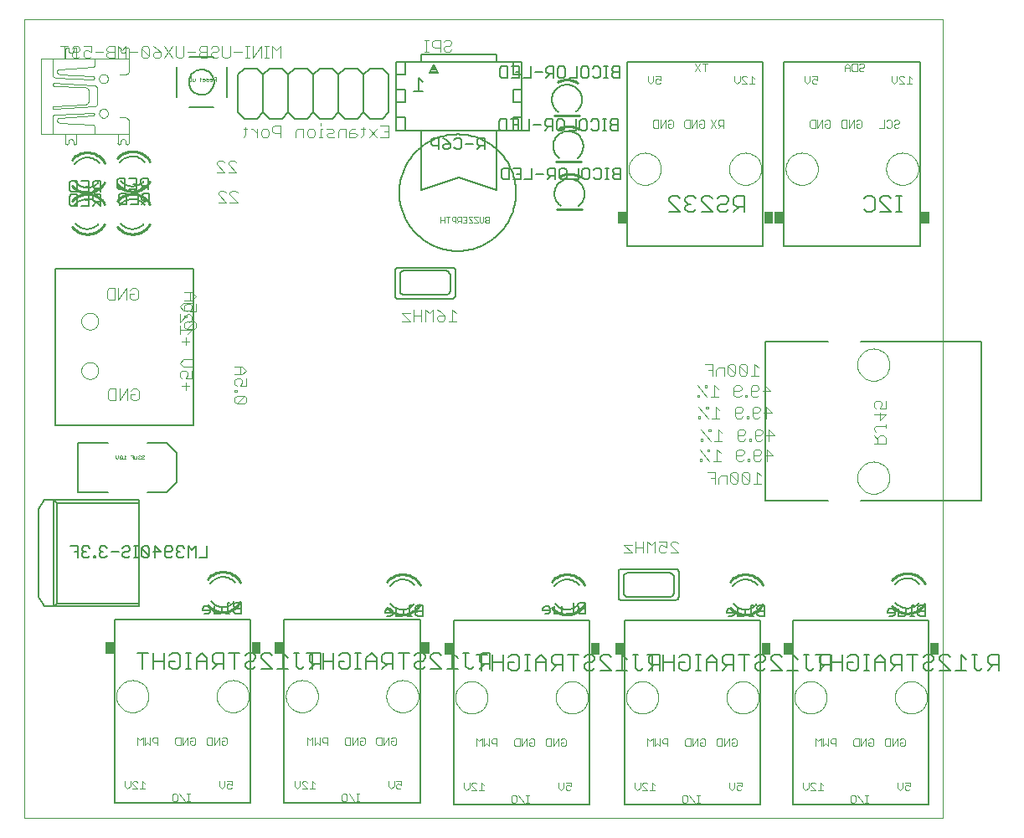
<source format=gbo>
G75*
%MOIN*%
%OFA0B0*%
%FSLAX24Y24*%
%IPPOS*%
%LPD*%
%AMOC8*
5,1,8,0,0,1.08239X$1,22.5*
%
%ADD10C,0.0000*%
%ADD11C,0.0080*%
%ADD12C,0.0010*%
%ADD13R,0.0364X0.0450*%
%ADD14C,0.0060*%
%ADD15C,0.0100*%
%ADD16C,0.0050*%
%ADD17C,0.0040*%
%ADD18R,0.0200X0.0100*%
%ADD19R,0.0150X0.0050*%
%ADD20R,0.0100X0.0100*%
%ADD21C,0.0020*%
D10*
X000100Y000100D02*
X000100Y031896D01*
X036670Y031896D01*
X036670Y000100D01*
X000100Y000100D01*
X003760Y004950D02*
X003762Y005000D01*
X003768Y005050D01*
X003778Y005099D01*
X003791Y005148D01*
X003809Y005195D01*
X003830Y005241D01*
X003854Y005284D01*
X003882Y005326D01*
X003913Y005366D01*
X003947Y005403D01*
X003984Y005437D01*
X004024Y005468D01*
X004066Y005496D01*
X004109Y005520D01*
X004155Y005541D01*
X004202Y005559D01*
X004251Y005572D01*
X004300Y005582D01*
X004350Y005588D01*
X004400Y005590D01*
X004450Y005588D01*
X004500Y005582D01*
X004549Y005572D01*
X004598Y005559D01*
X004645Y005541D01*
X004691Y005520D01*
X004734Y005496D01*
X004776Y005468D01*
X004816Y005437D01*
X004853Y005403D01*
X004887Y005366D01*
X004918Y005326D01*
X004946Y005284D01*
X004970Y005241D01*
X004991Y005195D01*
X005009Y005148D01*
X005022Y005099D01*
X005032Y005050D01*
X005038Y005000D01*
X005040Y004950D01*
X005038Y004900D01*
X005032Y004850D01*
X005022Y004801D01*
X005009Y004752D01*
X004991Y004705D01*
X004970Y004659D01*
X004946Y004616D01*
X004918Y004574D01*
X004887Y004534D01*
X004853Y004497D01*
X004816Y004463D01*
X004776Y004432D01*
X004734Y004404D01*
X004691Y004380D01*
X004645Y004359D01*
X004598Y004341D01*
X004549Y004328D01*
X004500Y004318D01*
X004450Y004312D01*
X004400Y004310D01*
X004350Y004312D01*
X004300Y004318D01*
X004251Y004328D01*
X004202Y004341D01*
X004155Y004359D01*
X004109Y004380D01*
X004066Y004404D01*
X004024Y004432D01*
X003984Y004463D01*
X003947Y004497D01*
X003913Y004534D01*
X003882Y004574D01*
X003854Y004616D01*
X003830Y004659D01*
X003809Y004705D01*
X003791Y004752D01*
X003778Y004801D01*
X003768Y004850D01*
X003762Y004900D01*
X003760Y004950D01*
X007760Y004950D02*
X007762Y005000D01*
X007768Y005050D01*
X007778Y005099D01*
X007791Y005148D01*
X007809Y005195D01*
X007830Y005241D01*
X007854Y005284D01*
X007882Y005326D01*
X007913Y005366D01*
X007947Y005403D01*
X007984Y005437D01*
X008024Y005468D01*
X008066Y005496D01*
X008109Y005520D01*
X008155Y005541D01*
X008202Y005559D01*
X008251Y005572D01*
X008300Y005582D01*
X008350Y005588D01*
X008400Y005590D01*
X008450Y005588D01*
X008500Y005582D01*
X008549Y005572D01*
X008598Y005559D01*
X008645Y005541D01*
X008691Y005520D01*
X008734Y005496D01*
X008776Y005468D01*
X008816Y005437D01*
X008853Y005403D01*
X008887Y005366D01*
X008918Y005326D01*
X008946Y005284D01*
X008970Y005241D01*
X008991Y005195D01*
X009009Y005148D01*
X009022Y005099D01*
X009032Y005050D01*
X009038Y005000D01*
X009040Y004950D01*
X009038Y004900D01*
X009032Y004850D01*
X009022Y004801D01*
X009009Y004752D01*
X008991Y004705D01*
X008970Y004659D01*
X008946Y004616D01*
X008918Y004574D01*
X008887Y004534D01*
X008853Y004497D01*
X008816Y004463D01*
X008776Y004432D01*
X008734Y004404D01*
X008691Y004380D01*
X008645Y004359D01*
X008598Y004341D01*
X008549Y004328D01*
X008500Y004318D01*
X008450Y004312D01*
X008400Y004310D01*
X008350Y004312D01*
X008300Y004318D01*
X008251Y004328D01*
X008202Y004341D01*
X008155Y004359D01*
X008109Y004380D01*
X008066Y004404D01*
X008024Y004432D01*
X007984Y004463D01*
X007947Y004497D01*
X007913Y004534D01*
X007882Y004574D01*
X007854Y004616D01*
X007830Y004659D01*
X007809Y004705D01*
X007791Y004752D01*
X007778Y004801D01*
X007768Y004850D01*
X007762Y004900D01*
X007760Y004950D01*
X010510Y004950D02*
X010512Y005000D01*
X010518Y005050D01*
X010528Y005099D01*
X010541Y005148D01*
X010559Y005195D01*
X010580Y005241D01*
X010604Y005284D01*
X010632Y005326D01*
X010663Y005366D01*
X010697Y005403D01*
X010734Y005437D01*
X010774Y005468D01*
X010816Y005496D01*
X010859Y005520D01*
X010905Y005541D01*
X010952Y005559D01*
X011001Y005572D01*
X011050Y005582D01*
X011100Y005588D01*
X011150Y005590D01*
X011200Y005588D01*
X011250Y005582D01*
X011299Y005572D01*
X011348Y005559D01*
X011395Y005541D01*
X011441Y005520D01*
X011484Y005496D01*
X011526Y005468D01*
X011566Y005437D01*
X011603Y005403D01*
X011637Y005366D01*
X011668Y005326D01*
X011696Y005284D01*
X011720Y005241D01*
X011741Y005195D01*
X011759Y005148D01*
X011772Y005099D01*
X011782Y005050D01*
X011788Y005000D01*
X011790Y004950D01*
X011788Y004900D01*
X011782Y004850D01*
X011772Y004801D01*
X011759Y004752D01*
X011741Y004705D01*
X011720Y004659D01*
X011696Y004616D01*
X011668Y004574D01*
X011637Y004534D01*
X011603Y004497D01*
X011566Y004463D01*
X011526Y004432D01*
X011484Y004404D01*
X011441Y004380D01*
X011395Y004359D01*
X011348Y004341D01*
X011299Y004328D01*
X011250Y004318D01*
X011200Y004312D01*
X011150Y004310D01*
X011100Y004312D01*
X011050Y004318D01*
X011001Y004328D01*
X010952Y004341D01*
X010905Y004359D01*
X010859Y004380D01*
X010816Y004404D01*
X010774Y004432D01*
X010734Y004463D01*
X010697Y004497D01*
X010663Y004534D01*
X010632Y004574D01*
X010604Y004616D01*
X010580Y004659D01*
X010559Y004705D01*
X010541Y004752D01*
X010528Y004801D01*
X010518Y004850D01*
X010512Y004900D01*
X010510Y004950D01*
X014510Y004950D02*
X014512Y005000D01*
X014518Y005050D01*
X014528Y005099D01*
X014541Y005148D01*
X014559Y005195D01*
X014580Y005241D01*
X014604Y005284D01*
X014632Y005326D01*
X014663Y005366D01*
X014697Y005403D01*
X014734Y005437D01*
X014774Y005468D01*
X014816Y005496D01*
X014859Y005520D01*
X014905Y005541D01*
X014952Y005559D01*
X015001Y005572D01*
X015050Y005582D01*
X015100Y005588D01*
X015150Y005590D01*
X015200Y005588D01*
X015250Y005582D01*
X015299Y005572D01*
X015348Y005559D01*
X015395Y005541D01*
X015441Y005520D01*
X015484Y005496D01*
X015526Y005468D01*
X015566Y005437D01*
X015603Y005403D01*
X015637Y005366D01*
X015668Y005326D01*
X015696Y005284D01*
X015720Y005241D01*
X015741Y005195D01*
X015759Y005148D01*
X015772Y005099D01*
X015782Y005050D01*
X015788Y005000D01*
X015790Y004950D01*
X015788Y004900D01*
X015782Y004850D01*
X015772Y004801D01*
X015759Y004752D01*
X015741Y004705D01*
X015720Y004659D01*
X015696Y004616D01*
X015668Y004574D01*
X015637Y004534D01*
X015603Y004497D01*
X015566Y004463D01*
X015526Y004432D01*
X015484Y004404D01*
X015441Y004380D01*
X015395Y004359D01*
X015348Y004341D01*
X015299Y004328D01*
X015250Y004318D01*
X015200Y004312D01*
X015150Y004310D01*
X015100Y004312D01*
X015050Y004318D01*
X015001Y004328D01*
X014952Y004341D01*
X014905Y004359D01*
X014859Y004380D01*
X014816Y004404D01*
X014774Y004432D01*
X014734Y004463D01*
X014697Y004497D01*
X014663Y004534D01*
X014632Y004574D01*
X014604Y004616D01*
X014580Y004659D01*
X014559Y004705D01*
X014541Y004752D01*
X014528Y004801D01*
X014518Y004850D01*
X014512Y004900D01*
X014510Y004950D01*
X017260Y004900D02*
X017262Y004950D01*
X017268Y005000D01*
X017278Y005049D01*
X017291Y005098D01*
X017309Y005145D01*
X017330Y005191D01*
X017354Y005234D01*
X017382Y005276D01*
X017413Y005316D01*
X017447Y005353D01*
X017484Y005387D01*
X017524Y005418D01*
X017566Y005446D01*
X017609Y005470D01*
X017655Y005491D01*
X017702Y005509D01*
X017751Y005522D01*
X017800Y005532D01*
X017850Y005538D01*
X017900Y005540D01*
X017950Y005538D01*
X018000Y005532D01*
X018049Y005522D01*
X018098Y005509D01*
X018145Y005491D01*
X018191Y005470D01*
X018234Y005446D01*
X018276Y005418D01*
X018316Y005387D01*
X018353Y005353D01*
X018387Y005316D01*
X018418Y005276D01*
X018446Y005234D01*
X018470Y005191D01*
X018491Y005145D01*
X018509Y005098D01*
X018522Y005049D01*
X018532Y005000D01*
X018538Y004950D01*
X018540Y004900D01*
X018538Y004850D01*
X018532Y004800D01*
X018522Y004751D01*
X018509Y004702D01*
X018491Y004655D01*
X018470Y004609D01*
X018446Y004566D01*
X018418Y004524D01*
X018387Y004484D01*
X018353Y004447D01*
X018316Y004413D01*
X018276Y004382D01*
X018234Y004354D01*
X018191Y004330D01*
X018145Y004309D01*
X018098Y004291D01*
X018049Y004278D01*
X018000Y004268D01*
X017950Y004262D01*
X017900Y004260D01*
X017850Y004262D01*
X017800Y004268D01*
X017751Y004278D01*
X017702Y004291D01*
X017655Y004309D01*
X017609Y004330D01*
X017566Y004354D01*
X017524Y004382D01*
X017484Y004413D01*
X017447Y004447D01*
X017413Y004484D01*
X017382Y004524D01*
X017354Y004566D01*
X017330Y004609D01*
X017309Y004655D01*
X017291Y004702D01*
X017278Y004751D01*
X017268Y004800D01*
X017262Y004850D01*
X017260Y004900D01*
X021260Y004900D02*
X021262Y004950D01*
X021268Y005000D01*
X021278Y005049D01*
X021291Y005098D01*
X021309Y005145D01*
X021330Y005191D01*
X021354Y005234D01*
X021382Y005276D01*
X021413Y005316D01*
X021447Y005353D01*
X021484Y005387D01*
X021524Y005418D01*
X021566Y005446D01*
X021609Y005470D01*
X021655Y005491D01*
X021702Y005509D01*
X021751Y005522D01*
X021800Y005532D01*
X021850Y005538D01*
X021900Y005540D01*
X021950Y005538D01*
X022000Y005532D01*
X022049Y005522D01*
X022098Y005509D01*
X022145Y005491D01*
X022191Y005470D01*
X022234Y005446D01*
X022276Y005418D01*
X022316Y005387D01*
X022353Y005353D01*
X022387Y005316D01*
X022418Y005276D01*
X022446Y005234D01*
X022470Y005191D01*
X022491Y005145D01*
X022509Y005098D01*
X022522Y005049D01*
X022532Y005000D01*
X022538Y004950D01*
X022540Y004900D01*
X022538Y004850D01*
X022532Y004800D01*
X022522Y004751D01*
X022509Y004702D01*
X022491Y004655D01*
X022470Y004609D01*
X022446Y004566D01*
X022418Y004524D01*
X022387Y004484D01*
X022353Y004447D01*
X022316Y004413D01*
X022276Y004382D01*
X022234Y004354D01*
X022191Y004330D01*
X022145Y004309D01*
X022098Y004291D01*
X022049Y004278D01*
X022000Y004268D01*
X021950Y004262D01*
X021900Y004260D01*
X021850Y004262D01*
X021800Y004268D01*
X021751Y004278D01*
X021702Y004291D01*
X021655Y004309D01*
X021609Y004330D01*
X021566Y004354D01*
X021524Y004382D01*
X021484Y004413D01*
X021447Y004447D01*
X021413Y004484D01*
X021382Y004524D01*
X021354Y004566D01*
X021330Y004609D01*
X021309Y004655D01*
X021291Y004702D01*
X021278Y004751D01*
X021268Y004800D01*
X021262Y004850D01*
X021260Y004900D01*
X024060Y004900D02*
X024062Y004950D01*
X024068Y005000D01*
X024078Y005049D01*
X024091Y005098D01*
X024109Y005145D01*
X024130Y005191D01*
X024154Y005234D01*
X024182Y005276D01*
X024213Y005316D01*
X024247Y005353D01*
X024284Y005387D01*
X024324Y005418D01*
X024366Y005446D01*
X024409Y005470D01*
X024455Y005491D01*
X024502Y005509D01*
X024551Y005522D01*
X024600Y005532D01*
X024650Y005538D01*
X024700Y005540D01*
X024750Y005538D01*
X024800Y005532D01*
X024849Y005522D01*
X024898Y005509D01*
X024945Y005491D01*
X024991Y005470D01*
X025034Y005446D01*
X025076Y005418D01*
X025116Y005387D01*
X025153Y005353D01*
X025187Y005316D01*
X025218Y005276D01*
X025246Y005234D01*
X025270Y005191D01*
X025291Y005145D01*
X025309Y005098D01*
X025322Y005049D01*
X025332Y005000D01*
X025338Y004950D01*
X025340Y004900D01*
X025338Y004850D01*
X025332Y004800D01*
X025322Y004751D01*
X025309Y004702D01*
X025291Y004655D01*
X025270Y004609D01*
X025246Y004566D01*
X025218Y004524D01*
X025187Y004484D01*
X025153Y004447D01*
X025116Y004413D01*
X025076Y004382D01*
X025034Y004354D01*
X024991Y004330D01*
X024945Y004309D01*
X024898Y004291D01*
X024849Y004278D01*
X024800Y004268D01*
X024750Y004262D01*
X024700Y004260D01*
X024650Y004262D01*
X024600Y004268D01*
X024551Y004278D01*
X024502Y004291D01*
X024455Y004309D01*
X024409Y004330D01*
X024366Y004354D01*
X024324Y004382D01*
X024284Y004413D01*
X024247Y004447D01*
X024213Y004484D01*
X024182Y004524D01*
X024154Y004566D01*
X024130Y004609D01*
X024109Y004655D01*
X024091Y004702D01*
X024078Y004751D01*
X024068Y004800D01*
X024062Y004850D01*
X024060Y004900D01*
X028060Y004900D02*
X028062Y004950D01*
X028068Y005000D01*
X028078Y005049D01*
X028091Y005098D01*
X028109Y005145D01*
X028130Y005191D01*
X028154Y005234D01*
X028182Y005276D01*
X028213Y005316D01*
X028247Y005353D01*
X028284Y005387D01*
X028324Y005418D01*
X028366Y005446D01*
X028409Y005470D01*
X028455Y005491D01*
X028502Y005509D01*
X028551Y005522D01*
X028600Y005532D01*
X028650Y005538D01*
X028700Y005540D01*
X028750Y005538D01*
X028800Y005532D01*
X028849Y005522D01*
X028898Y005509D01*
X028945Y005491D01*
X028991Y005470D01*
X029034Y005446D01*
X029076Y005418D01*
X029116Y005387D01*
X029153Y005353D01*
X029187Y005316D01*
X029218Y005276D01*
X029246Y005234D01*
X029270Y005191D01*
X029291Y005145D01*
X029309Y005098D01*
X029322Y005049D01*
X029332Y005000D01*
X029338Y004950D01*
X029340Y004900D01*
X029338Y004850D01*
X029332Y004800D01*
X029322Y004751D01*
X029309Y004702D01*
X029291Y004655D01*
X029270Y004609D01*
X029246Y004566D01*
X029218Y004524D01*
X029187Y004484D01*
X029153Y004447D01*
X029116Y004413D01*
X029076Y004382D01*
X029034Y004354D01*
X028991Y004330D01*
X028945Y004309D01*
X028898Y004291D01*
X028849Y004278D01*
X028800Y004268D01*
X028750Y004262D01*
X028700Y004260D01*
X028650Y004262D01*
X028600Y004268D01*
X028551Y004278D01*
X028502Y004291D01*
X028455Y004309D01*
X028409Y004330D01*
X028366Y004354D01*
X028324Y004382D01*
X028284Y004413D01*
X028247Y004447D01*
X028213Y004484D01*
X028182Y004524D01*
X028154Y004566D01*
X028130Y004609D01*
X028109Y004655D01*
X028091Y004702D01*
X028078Y004751D01*
X028068Y004800D01*
X028062Y004850D01*
X028060Y004900D01*
X030760Y004900D02*
X030762Y004950D01*
X030768Y005000D01*
X030778Y005049D01*
X030791Y005098D01*
X030809Y005145D01*
X030830Y005191D01*
X030854Y005234D01*
X030882Y005276D01*
X030913Y005316D01*
X030947Y005353D01*
X030984Y005387D01*
X031024Y005418D01*
X031066Y005446D01*
X031109Y005470D01*
X031155Y005491D01*
X031202Y005509D01*
X031251Y005522D01*
X031300Y005532D01*
X031350Y005538D01*
X031400Y005540D01*
X031450Y005538D01*
X031500Y005532D01*
X031549Y005522D01*
X031598Y005509D01*
X031645Y005491D01*
X031691Y005470D01*
X031734Y005446D01*
X031776Y005418D01*
X031816Y005387D01*
X031853Y005353D01*
X031887Y005316D01*
X031918Y005276D01*
X031946Y005234D01*
X031970Y005191D01*
X031991Y005145D01*
X032009Y005098D01*
X032022Y005049D01*
X032032Y005000D01*
X032038Y004950D01*
X032040Y004900D01*
X032038Y004850D01*
X032032Y004800D01*
X032022Y004751D01*
X032009Y004702D01*
X031991Y004655D01*
X031970Y004609D01*
X031946Y004566D01*
X031918Y004524D01*
X031887Y004484D01*
X031853Y004447D01*
X031816Y004413D01*
X031776Y004382D01*
X031734Y004354D01*
X031691Y004330D01*
X031645Y004309D01*
X031598Y004291D01*
X031549Y004278D01*
X031500Y004268D01*
X031450Y004262D01*
X031400Y004260D01*
X031350Y004262D01*
X031300Y004268D01*
X031251Y004278D01*
X031202Y004291D01*
X031155Y004309D01*
X031109Y004330D01*
X031066Y004354D01*
X031024Y004382D01*
X030984Y004413D01*
X030947Y004447D01*
X030913Y004484D01*
X030882Y004524D01*
X030854Y004566D01*
X030830Y004609D01*
X030809Y004655D01*
X030791Y004702D01*
X030778Y004751D01*
X030768Y004800D01*
X030762Y004850D01*
X030760Y004900D01*
X034760Y004900D02*
X034762Y004950D01*
X034768Y005000D01*
X034778Y005049D01*
X034791Y005098D01*
X034809Y005145D01*
X034830Y005191D01*
X034854Y005234D01*
X034882Y005276D01*
X034913Y005316D01*
X034947Y005353D01*
X034984Y005387D01*
X035024Y005418D01*
X035066Y005446D01*
X035109Y005470D01*
X035155Y005491D01*
X035202Y005509D01*
X035251Y005522D01*
X035300Y005532D01*
X035350Y005538D01*
X035400Y005540D01*
X035450Y005538D01*
X035500Y005532D01*
X035549Y005522D01*
X035598Y005509D01*
X035645Y005491D01*
X035691Y005470D01*
X035734Y005446D01*
X035776Y005418D01*
X035816Y005387D01*
X035853Y005353D01*
X035887Y005316D01*
X035918Y005276D01*
X035946Y005234D01*
X035970Y005191D01*
X035991Y005145D01*
X036009Y005098D01*
X036022Y005049D01*
X036032Y005000D01*
X036038Y004950D01*
X036040Y004900D01*
X036038Y004850D01*
X036032Y004800D01*
X036022Y004751D01*
X036009Y004702D01*
X035991Y004655D01*
X035970Y004609D01*
X035946Y004566D01*
X035918Y004524D01*
X035887Y004484D01*
X035853Y004447D01*
X035816Y004413D01*
X035776Y004382D01*
X035734Y004354D01*
X035691Y004330D01*
X035645Y004309D01*
X035598Y004291D01*
X035549Y004278D01*
X035500Y004268D01*
X035450Y004262D01*
X035400Y004260D01*
X035350Y004262D01*
X035300Y004268D01*
X035251Y004278D01*
X035202Y004291D01*
X035155Y004309D01*
X035109Y004330D01*
X035066Y004354D01*
X035024Y004382D01*
X034984Y004413D01*
X034947Y004447D01*
X034913Y004484D01*
X034882Y004524D01*
X034854Y004566D01*
X034830Y004609D01*
X034809Y004655D01*
X034791Y004702D01*
X034778Y004751D01*
X034768Y004800D01*
X034762Y004850D01*
X034760Y004900D01*
X033260Y013650D02*
X033262Y013700D01*
X033268Y013750D01*
X033278Y013799D01*
X033291Y013848D01*
X033309Y013895D01*
X033330Y013941D01*
X033354Y013984D01*
X033382Y014026D01*
X033413Y014066D01*
X033447Y014103D01*
X033484Y014137D01*
X033524Y014168D01*
X033566Y014196D01*
X033609Y014220D01*
X033655Y014241D01*
X033702Y014259D01*
X033751Y014272D01*
X033800Y014282D01*
X033850Y014288D01*
X033900Y014290D01*
X033950Y014288D01*
X034000Y014282D01*
X034049Y014272D01*
X034098Y014259D01*
X034145Y014241D01*
X034191Y014220D01*
X034234Y014196D01*
X034276Y014168D01*
X034316Y014137D01*
X034353Y014103D01*
X034387Y014066D01*
X034418Y014026D01*
X034446Y013984D01*
X034470Y013941D01*
X034491Y013895D01*
X034509Y013848D01*
X034522Y013799D01*
X034532Y013750D01*
X034538Y013700D01*
X034540Y013650D01*
X034538Y013600D01*
X034532Y013550D01*
X034522Y013501D01*
X034509Y013452D01*
X034491Y013405D01*
X034470Y013359D01*
X034446Y013316D01*
X034418Y013274D01*
X034387Y013234D01*
X034353Y013197D01*
X034316Y013163D01*
X034276Y013132D01*
X034234Y013104D01*
X034191Y013080D01*
X034145Y013059D01*
X034098Y013041D01*
X034049Y013028D01*
X034000Y013018D01*
X033950Y013012D01*
X033900Y013010D01*
X033850Y013012D01*
X033800Y013018D01*
X033751Y013028D01*
X033702Y013041D01*
X033655Y013059D01*
X033609Y013080D01*
X033566Y013104D01*
X033524Y013132D01*
X033484Y013163D01*
X033447Y013197D01*
X033413Y013234D01*
X033382Y013274D01*
X033354Y013316D01*
X033330Y013359D01*
X033309Y013405D01*
X033291Y013452D01*
X033278Y013501D01*
X033268Y013550D01*
X033262Y013600D01*
X033260Y013650D01*
X033260Y018150D02*
X033262Y018200D01*
X033268Y018250D01*
X033278Y018299D01*
X033291Y018348D01*
X033309Y018395D01*
X033330Y018441D01*
X033354Y018484D01*
X033382Y018526D01*
X033413Y018566D01*
X033447Y018603D01*
X033484Y018637D01*
X033524Y018668D01*
X033566Y018696D01*
X033609Y018720D01*
X033655Y018741D01*
X033702Y018759D01*
X033751Y018772D01*
X033800Y018782D01*
X033850Y018788D01*
X033900Y018790D01*
X033950Y018788D01*
X034000Y018782D01*
X034049Y018772D01*
X034098Y018759D01*
X034145Y018741D01*
X034191Y018720D01*
X034234Y018696D01*
X034276Y018668D01*
X034316Y018637D01*
X034353Y018603D01*
X034387Y018566D01*
X034418Y018526D01*
X034446Y018484D01*
X034470Y018441D01*
X034491Y018395D01*
X034509Y018348D01*
X034522Y018299D01*
X034532Y018250D01*
X034538Y018200D01*
X034540Y018150D01*
X034538Y018100D01*
X034532Y018050D01*
X034522Y018001D01*
X034509Y017952D01*
X034491Y017905D01*
X034470Y017859D01*
X034446Y017816D01*
X034418Y017774D01*
X034387Y017734D01*
X034353Y017697D01*
X034316Y017663D01*
X034276Y017632D01*
X034234Y017604D01*
X034191Y017580D01*
X034145Y017559D01*
X034098Y017541D01*
X034049Y017528D01*
X034000Y017518D01*
X033950Y017512D01*
X033900Y017510D01*
X033850Y017512D01*
X033800Y017518D01*
X033751Y017528D01*
X033702Y017541D01*
X033655Y017559D01*
X033609Y017580D01*
X033566Y017604D01*
X033524Y017632D01*
X033484Y017663D01*
X033447Y017697D01*
X033413Y017734D01*
X033382Y017774D01*
X033354Y017816D01*
X033330Y017859D01*
X033309Y017905D01*
X033291Y017952D01*
X033278Y018001D01*
X033268Y018050D01*
X033262Y018100D01*
X033260Y018150D01*
X034410Y025950D02*
X034412Y026000D01*
X034418Y026050D01*
X034428Y026099D01*
X034441Y026148D01*
X034459Y026195D01*
X034480Y026241D01*
X034504Y026284D01*
X034532Y026326D01*
X034563Y026366D01*
X034597Y026403D01*
X034634Y026437D01*
X034674Y026468D01*
X034716Y026496D01*
X034759Y026520D01*
X034805Y026541D01*
X034852Y026559D01*
X034901Y026572D01*
X034950Y026582D01*
X035000Y026588D01*
X035050Y026590D01*
X035100Y026588D01*
X035150Y026582D01*
X035199Y026572D01*
X035248Y026559D01*
X035295Y026541D01*
X035341Y026520D01*
X035384Y026496D01*
X035426Y026468D01*
X035466Y026437D01*
X035503Y026403D01*
X035537Y026366D01*
X035568Y026326D01*
X035596Y026284D01*
X035620Y026241D01*
X035641Y026195D01*
X035659Y026148D01*
X035672Y026099D01*
X035682Y026050D01*
X035688Y026000D01*
X035690Y025950D01*
X035688Y025900D01*
X035682Y025850D01*
X035672Y025801D01*
X035659Y025752D01*
X035641Y025705D01*
X035620Y025659D01*
X035596Y025616D01*
X035568Y025574D01*
X035537Y025534D01*
X035503Y025497D01*
X035466Y025463D01*
X035426Y025432D01*
X035384Y025404D01*
X035341Y025380D01*
X035295Y025359D01*
X035248Y025341D01*
X035199Y025328D01*
X035150Y025318D01*
X035100Y025312D01*
X035050Y025310D01*
X035000Y025312D01*
X034950Y025318D01*
X034901Y025328D01*
X034852Y025341D01*
X034805Y025359D01*
X034759Y025380D01*
X034716Y025404D01*
X034674Y025432D01*
X034634Y025463D01*
X034597Y025497D01*
X034563Y025534D01*
X034532Y025574D01*
X034504Y025616D01*
X034480Y025659D01*
X034459Y025705D01*
X034441Y025752D01*
X034428Y025801D01*
X034418Y025850D01*
X034412Y025900D01*
X034410Y025950D01*
X030410Y025950D02*
X030412Y026000D01*
X030418Y026050D01*
X030428Y026099D01*
X030441Y026148D01*
X030459Y026195D01*
X030480Y026241D01*
X030504Y026284D01*
X030532Y026326D01*
X030563Y026366D01*
X030597Y026403D01*
X030634Y026437D01*
X030674Y026468D01*
X030716Y026496D01*
X030759Y026520D01*
X030805Y026541D01*
X030852Y026559D01*
X030901Y026572D01*
X030950Y026582D01*
X031000Y026588D01*
X031050Y026590D01*
X031100Y026588D01*
X031150Y026582D01*
X031199Y026572D01*
X031248Y026559D01*
X031295Y026541D01*
X031341Y026520D01*
X031384Y026496D01*
X031426Y026468D01*
X031466Y026437D01*
X031503Y026403D01*
X031537Y026366D01*
X031568Y026326D01*
X031596Y026284D01*
X031620Y026241D01*
X031641Y026195D01*
X031659Y026148D01*
X031672Y026099D01*
X031682Y026050D01*
X031688Y026000D01*
X031690Y025950D01*
X031688Y025900D01*
X031682Y025850D01*
X031672Y025801D01*
X031659Y025752D01*
X031641Y025705D01*
X031620Y025659D01*
X031596Y025616D01*
X031568Y025574D01*
X031537Y025534D01*
X031503Y025497D01*
X031466Y025463D01*
X031426Y025432D01*
X031384Y025404D01*
X031341Y025380D01*
X031295Y025359D01*
X031248Y025341D01*
X031199Y025328D01*
X031150Y025318D01*
X031100Y025312D01*
X031050Y025310D01*
X031000Y025312D01*
X030950Y025318D01*
X030901Y025328D01*
X030852Y025341D01*
X030805Y025359D01*
X030759Y025380D01*
X030716Y025404D01*
X030674Y025432D01*
X030634Y025463D01*
X030597Y025497D01*
X030563Y025534D01*
X030532Y025574D01*
X030504Y025616D01*
X030480Y025659D01*
X030459Y025705D01*
X030441Y025752D01*
X030428Y025801D01*
X030418Y025850D01*
X030412Y025900D01*
X030410Y025950D01*
X028160Y025950D02*
X028162Y026000D01*
X028168Y026050D01*
X028178Y026099D01*
X028191Y026148D01*
X028209Y026195D01*
X028230Y026241D01*
X028254Y026284D01*
X028282Y026326D01*
X028313Y026366D01*
X028347Y026403D01*
X028384Y026437D01*
X028424Y026468D01*
X028466Y026496D01*
X028509Y026520D01*
X028555Y026541D01*
X028602Y026559D01*
X028651Y026572D01*
X028700Y026582D01*
X028750Y026588D01*
X028800Y026590D01*
X028850Y026588D01*
X028900Y026582D01*
X028949Y026572D01*
X028998Y026559D01*
X029045Y026541D01*
X029091Y026520D01*
X029134Y026496D01*
X029176Y026468D01*
X029216Y026437D01*
X029253Y026403D01*
X029287Y026366D01*
X029318Y026326D01*
X029346Y026284D01*
X029370Y026241D01*
X029391Y026195D01*
X029409Y026148D01*
X029422Y026099D01*
X029432Y026050D01*
X029438Y026000D01*
X029440Y025950D01*
X029438Y025900D01*
X029432Y025850D01*
X029422Y025801D01*
X029409Y025752D01*
X029391Y025705D01*
X029370Y025659D01*
X029346Y025616D01*
X029318Y025574D01*
X029287Y025534D01*
X029253Y025497D01*
X029216Y025463D01*
X029176Y025432D01*
X029134Y025404D01*
X029091Y025380D01*
X029045Y025359D01*
X028998Y025341D01*
X028949Y025328D01*
X028900Y025318D01*
X028850Y025312D01*
X028800Y025310D01*
X028750Y025312D01*
X028700Y025318D01*
X028651Y025328D01*
X028602Y025341D01*
X028555Y025359D01*
X028509Y025380D01*
X028466Y025404D01*
X028424Y025432D01*
X028384Y025463D01*
X028347Y025497D01*
X028313Y025534D01*
X028282Y025574D01*
X028254Y025616D01*
X028230Y025659D01*
X028209Y025705D01*
X028191Y025752D01*
X028178Y025801D01*
X028168Y025850D01*
X028162Y025900D01*
X028160Y025950D01*
X024160Y025950D02*
X024162Y026000D01*
X024168Y026050D01*
X024178Y026099D01*
X024191Y026148D01*
X024209Y026195D01*
X024230Y026241D01*
X024254Y026284D01*
X024282Y026326D01*
X024313Y026366D01*
X024347Y026403D01*
X024384Y026437D01*
X024424Y026468D01*
X024466Y026496D01*
X024509Y026520D01*
X024555Y026541D01*
X024602Y026559D01*
X024651Y026572D01*
X024700Y026582D01*
X024750Y026588D01*
X024800Y026590D01*
X024850Y026588D01*
X024900Y026582D01*
X024949Y026572D01*
X024998Y026559D01*
X025045Y026541D01*
X025091Y026520D01*
X025134Y026496D01*
X025176Y026468D01*
X025216Y026437D01*
X025253Y026403D01*
X025287Y026366D01*
X025318Y026326D01*
X025346Y026284D01*
X025370Y026241D01*
X025391Y026195D01*
X025409Y026148D01*
X025422Y026099D01*
X025432Y026050D01*
X025438Y026000D01*
X025440Y025950D01*
X025438Y025900D01*
X025432Y025850D01*
X025422Y025801D01*
X025409Y025752D01*
X025391Y025705D01*
X025370Y025659D01*
X025346Y025616D01*
X025318Y025574D01*
X025287Y025534D01*
X025253Y025497D01*
X025216Y025463D01*
X025176Y025432D01*
X025134Y025404D01*
X025091Y025380D01*
X025045Y025359D01*
X024998Y025341D01*
X024949Y025328D01*
X024900Y025318D01*
X024850Y025312D01*
X024800Y025310D01*
X024750Y025312D01*
X024700Y025318D01*
X024651Y025328D01*
X024602Y025341D01*
X024555Y025359D01*
X024509Y025380D01*
X024466Y025404D01*
X024424Y025432D01*
X024384Y025463D01*
X024347Y025497D01*
X024313Y025534D01*
X024282Y025574D01*
X024254Y025616D01*
X024230Y025659D01*
X024209Y025705D01*
X024191Y025752D01*
X024178Y025801D01*
X024168Y025850D01*
X024162Y025900D01*
X024160Y025950D01*
X003073Y028161D02*
X003075Y028187D01*
X003081Y028213D01*
X003091Y028238D01*
X003104Y028261D01*
X003120Y028281D01*
X003140Y028299D01*
X003162Y028314D01*
X003185Y028326D01*
X003211Y028334D01*
X003237Y028338D01*
X003263Y028338D01*
X003289Y028334D01*
X003315Y028326D01*
X003339Y028314D01*
X003360Y028299D01*
X003380Y028281D01*
X003396Y028261D01*
X003409Y028238D01*
X003419Y028213D01*
X003425Y028187D01*
X003427Y028161D01*
X003425Y028135D01*
X003419Y028109D01*
X003409Y028084D01*
X003396Y028061D01*
X003380Y028041D01*
X003360Y028023D01*
X003338Y028008D01*
X003315Y027996D01*
X003289Y027988D01*
X003263Y027984D01*
X003237Y027984D01*
X003211Y027988D01*
X003185Y027996D01*
X003161Y028008D01*
X003140Y028023D01*
X003120Y028041D01*
X003104Y028061D01*
X003091Y028084D01*
X003081Y028109D01*
X003075Y028135D01*
X003073Y028161D01*
X003073Y029539D02*
X003075Y029565D01*
X003081Y029591D01*
X003091Y029616D01*
X003104Y029639D01*
X003120Y029659D01*
X003140Y029677D01*
X003162Y029692D01*
X003185Y029704D01*
X003211Y029712D01*
X003237Y029716D01*
X003263Y029716D01*
X003289Y029712D01*
X003315Y029704D01*
X003339Y029692D01*
X003360Y029677D01*
X003380Y029659D01*
X003396Y029639D01*
X003409Y029616D01*
X003419Y029591D01*
X003425Y029565D01*
X003427Y029539D01*
X003425Y029513D01*
X003419Y029487D01*
X003409Y029462D01*
X003396Y029439D01*
X003380Y029419D01*
X003360Y029401D01*
X003338Y029386D01*
X003315Y029374D01*
X003289Y029366D01*
X003263Y029362D01*
X003237Y029362D01*
X003211Y029366D01*
X003185Y029374D01*
X003161Y029386D01*
X003140Y029401D01*
X003120Y029419D01*
X003104Y029439D01*
X003091Y029462D01*
X003081Y029487D01*
X003075Y029513D01*
X003073Y029539D01*
X002369Y019884D02*
X002371Y019920D01*
X002377Y019956D01*
X002387Y019991D01*
X002400Y020025D01*
X002417Y020057D01*
X002437Y020087D01*
X002461Y020114D01*
X002487Y020139D01*
X002516Y020161D01*
X002547Y020180D01*
X002580Y020195D01*
X002614Y020207D01*
X002650Y020215D01*
X002686Y020219D01*
X002722Y020219D01*
X002758Y020215D01*
X002794Y020207D01*
X002828Y020195D01*
X002861Y020180D01*
X002892Y020161D01*
X002921Y020139D01*
X002947Y020114D01*
X002971Y020087D01*
X002991Y020057D01*
X003008Y020025D01*
X003021Y019991D01*
X003031Y019956D01*
X003037Y019920D01*
X003039Y019884D01*
X003037Y019848D01*
X003031Y019812D01*
X003021Y019777D01*
X003008Y019743D01*
X002991Y019711D01*
X002971Y019681D01*
X002947Y019654D01*
X002921Y019629D01*
X002892Y019607D01*
X002861Y019588D01*
X002828Y019573D01*
X002794Y019561D01*
X002758Y019553D01*
X002722Y019549D01*
X002686Y019549D01*
X002650Y019553D01*
X002614Y019561D01*
X002580Y019573D01*
X002547Y019588D01*
X002516Y019607D01*
X002487Y019629D01*
X002461Y019654D01*
X002437Y019681D01*
X002417Y019711D01*
X002400Y019743D01*
X002387Y019777D01*
X002377Y019812D01*
X002371Y019848D01*
X002369Y019884D01*
X002369Y017916D02*
X002371Y017952D01*
X002377Y017988D01*
X002387Y018023D01*
X002400Y018057D01*
X002417Y018089D01*
X002437Y018119D01*
X002461Y018146D01*
X002487Y018171D01*
X002516Y018193D01*
X002547Y018212D01*
X002580Y018227D01*
X002614Y018239D01*
X002650Y018247D01*
X002686Y018251D01*
X002722Y018251D01*
X002758Y018247D01*
X002794Y018239D01*
X002828Y018227D01*
X002861Y018212D01*
X002892Y018193D01*
X002921Y018171D01*
X002947Y018146D01*
X002971Y018119D01*
X002991Y018089D01*
X003008Y018057D01*
X003021Y018023D01*
X003031Y017988D01*
X003037Y017952D01*
X003039Y017916D01*
X003037Y017880D01*
X003031Y017844D01*
X003021Y017809D01*
X003008Y017775D01*
X002991Y017743D01*
X002971Y017713D01*
X002947Y017686D01*
X002921Y017661D01*
X002892Y017639D01*
X002861Y017620D01*
X002828Y017605D01*
X002794Y017593D01*
X002758Y017585D01*
X002722Y017581D01*
X002686Y017581D01*
X002650Y017585D01*
X002614Y017593D01*
X002580Y017605D01*
X002547Y017620D01*
X002516Y017639D01*
X002487Y017661D01*
X002461Y017686D01*
X002437Y017713D01*
X002417Y017743D01*
X002400Y017775D01*
X002387Y017809D01*
X002377Y017844D01*
X002371Y017880D01*
X002369Y017916D01*
D11*
X002231Y015034D02*
X003413Y015034D01*
X002231Y015034D02*
X002231Y013066D01*
X003413Y013066D01*
X004987Y013066D02*
X005775Y013066D01*
X006169Y013459D01*
X006169Y014641D01*
X005775Y015034D01*
X004987Y015034D01*
X003693Y008014D02*
X003693Y000691D01*
X009107Y000691D01*
X009107Y008014D01*
X003693Y008014D01*
X010443Y008014D02*
X010443Y000691D01*
X015857Y000691D01*
X015857Y008014D01*
X010443Y008014D01*
X017193Y007964D02*
X017193Y000641D01*
X022607Y000641D01*
X022607Y007964D01*
X017193Y007964D01*
X023993Y007964D02*
X023993Y000641D01*
X029407Y000641D01*
X029407Y007964D01*
X023993Y007964D01*
X029600Y012730D02*
X032100Y012730D01*
X033400Y012730D02*
X038200Y012730D01*
X038200Y019070D01*
X033400Y019070D01*
X032100Y019070D02*
X029600Y019070D01*
X029600Y012730D01*
X030693Y007964D02*
X030693Y000641D01*
X036107Y000641D01*
X036107Y007964D01*
X030693Y007964D01*
X030343Y022886D02*
X030343Y030209D01*
X035757Y030209D01*
X035757Y022886D01*
X030343Y022886D01*
X029507Y022886D02*
X029507Y030209D01*
X024093Y030209D01*
X024093Y022886D01*
X029507Y022886D01*
X015027Y025000D02*
X015029Y025096D01*
X015035Y025192D01*
X015045Y025287D01*
X015059Y025382D01*
X015076Y025477D01*
X015098Y025570D01*
X015124Y025663D01*
X015153Y025754D01*
X015186Y025844D01*
X015223Y025933D01*
X015263Y026020D01*
X015307Y026106D01*
X015354Y026189D01*
X015405Y026271D01*
X015459Y026350D01*
X015517Y026427D01*
X015577Y026501D01*
X015641Y026573D01*
X015707Y026643D01*
X015777Y026709D01*
X015849Y026773D01*
X015923Y026833D01*
X016000Y026891D01*
X016079Y026945D01*
X016161Y026996D01*
X016244Y027043D01*
X016330Y027087D01*
X016417Y027127D01*
X016506Y027164D01*
X016596Y027197D01*
X016687Y027226D01*
X016780Y027252D01*
X016873Y027274D01*
X016968Y027291D01*
X017063Y027305D01*
X017158Y027315D01*
X017254Y027321D01*
X017350Y027323D01*
X017446Y027321D01*
X017542Y027315D01*
X017637Y027305D01*
X017732Y027291D01*
X017827Y027274D01*
X017920Y027252D01*
X018013Y027226D01*
X018104Y027197D01*
X018194Y027164D01*
X018283Y027127D01*
X018370Y027087D01*
X018456Y027043D01*
X018539Y026996D01*
X018621Y026945D01*
X018700Y026891D01*
X018777Y026833D01*
X018851Y026773D01*
X018923Y026709D01*
X018993Y026643D01*
X019059Y026573D01*
X019123Y026501D01*
X019183Y026427D01*
X019241Y026350D01*
X019295Y026271D01*
X019346Y026189D01*
X019393Y026106D01*
X019437Y026020D01*
X019477Y025933D01*
X019514Y025844D01*
X019547Y025754D01*
X019576Y025663D01*
X019602Y025570D01*
X019624Y025477D01*
X019641Y025382D01*
X019655Y025287D01*
X019665Y025192D01*
X019671Y025096D01*
X019673Y025000D01*
X019671Y024904D01*
X019665Y024808D01*
X019655Y024713D01*
X019641Y024618D01*
X019624Y024523D01*
X019602Y024430D01*
X019576Y024337D01*
X019547Y024246D01*
X019514Y024156D01*
X019477Y024067D01*
X019437Y023980D01*
X019393Y023894D01*
X019346Y023811D01*
X019295Y023729D01*
X019241Y023650D01*
X019183Y023573D01*
X019123Y023499D01*
X019059Y023427D01*
X018993Y023357D01*
X018923Y023291D01*
X018851Y023227D01*
X018777Y023167D01*
X018700Y023109D01*
X018621Y023055D01*
X018539Y023004D01*
X018456Y022957D01*
X018370Y022913D01*
X018283Y022873D01*
X018194Y022836D01*
X018104Y022803D01*
X018013Y022774D01*
X017920Y022748D01*
X017827Y022726D01*
X017732Y022709D01*
X017637Y022695D01*
X017542Y022685D01*
X017446Y022679D01*
X017350Y022677D01*
X017254Y022679D01*
X017158Y022685D01*
X017063Y022695D01*
X016968Y022709D01*
X016873Y022726D01*
X016780Y022748D01*
X016687Y022774D01*
X016596Y022803D01*
X016506Y022836D01*
X016417Y022873D01*
X016330Y022913D01*
X016244Y022957D01*
X016161Y023004D01*
X016079Y023055D01*
X016000Y023109D01*
X015923Y023167D01*
X015849Y023227D01*
X015777Y023291D01*
X015707Y023357D01*
X015641Y023427D01*
X015577Y023499D01*
X015517Y023573D01*
X015459Y023650D01*
X015405Y023729D01*
X015354Y023811D01*
X015307Y023894D01*
X015263Y023980D01*
X015223Y024067D01*
X015186Y024156D01*
X015153Y024246D01*
X015124Y024337D01*
X015098Y024430D01*
X015076Y024523D01*
X015059Y024618D01*
X015045Y024713D01*
X015035Y024808D01*
X015029Y024904D01*
X015027Y025000D01*
X008150Y028794D02*
X008150Y030006D01*
X007638Y030400D02*
X006650Y030400D01*
X006150Y030006D02*
X006150Y028794D01*
X006662Y028400D02*
X007638Y028400D01*
X006650Y029400D02*
X006652Y029444D01*
X006658Y029488D01*
X006668Y029531D01*
X006681Y029573D01*
X006698Y029614D01*
X006719Y029653D01*
X006743Y029690D01*
X006770Y029725D01*
X006800Y029757D01*
X006833Y029787D01*
X006869Y029813D01*
X006906Y029837D01*
X006946Y029856D01*
X006987Y029873D01*
X007030Y029885D01*
X007073Y029894D01*
X007117Y029899D01*
X007161Y029900D01*
X007205Y029897D01*
X007249Y029890D01*
X007292Y029879D01*
X007334Y029865D01*
X007374Y029847D01*
X007413Y029825D01*
X007449Y029801D01*
X007483Y029773D01*
X007515Y029742D01*
X007544Y029708D01*
X007570Y029672D01*
X007592Y029634D01*
X007611Y029594D01*
X007626Y029552D01*
X007638Y029510D01*
X007646Y029466D01*
X007650Y029422D01*
X007650Y029378D01*
X007646Y029334D01*
X007638Y029290D01*
X007626Y029248D01*
X007611Y029206D01*
X007592Y029166D01*
X007570Y029128D01*
X007544Y029092D01*
X007515Y029058D01*
X007483Y029027D01*
X007449Y028999D01*
X007413Y028975D01*
X007374Y028953D01*
X007334Y028935D01*
X007292Y028921D01*
X007249Y028910D01*
X007205Y028903D01*
X007161Y028900D01*
X007117Y028901D01*
X007073Y028906D01*
X007030Y028915D01*
X006987Y028927D01*
X006946Y028944D01*
X006906Y028963D01*
X006869Y028987D01*
X006833Y029013D01*
X006800Y029043D01*
X006770Y029075D01*
X006743Y029110D01*
X006719Y029147D01*
X006698Y029186D01*
X006681Y029227D01*
X006668Y029269D01*
X006658Y029312D01*
X006652Y029356D01*
X006650Y029400D01*
D12*
X006667Y029445D02*
X006642Y029470D01*
X006667Y029445D02*
X006717Y029445D01*
X006742Y029470D01*
X006742Y029570D01*
X006717Y029595D01*
X006667Y029595D01*
X006642Y029570D01*
X006790Y029545D02*
X006790Y029445D01*
X006865Y029445D01*
X006890Y029470D01*
X006890Y029545D01*
X007085Y029545D02*
X007135Y029545D01*
X007110Y029570D02*
X007110Y029470D01*
X007085Y029445D01*
X007182Y029495D02*
X007283Y029495D01*
X007283Y029470D02*
X007283Y029520D01*
X007258Y029545D01*
X007207Y029545D01*
X007182Y029520D01*
X007182Y029495D01*
X007207Y029445D02*
X007258Y029445D01*
X007283Y029470D01*
X007330Y029470D02*
X007355Y029495D01*
X007405Y029495D01*
X007430Y029520D01*
X007405Y029545D01*
X007330Y029545D01*
X007330Y029470D02*
X007355Y029445D01*
X007430Y029445D01*
X007477Y029495D02*
X007577Y029495D01*
X007577Y029470D02*
X007577Y029520D01*
X007552Y029545D01*
X007502Y029545D01*
X007477Y029520D01*
X007477Y029495D01*
X007502Y029445D02*
X007552Y029445D01*
X007577Y029470D01*
X007624Y029445D02*
X007674Y029495D01*
X007649Y029495D02*
X007724Y029495D01*
X007724Y029445D02*
X007724Y029595D01*
X007649Y029595D01*
X007624Y029570D01*
X007624Y029520D01*
X007649Y029495D01*
X024919Y029433D02*
X024919Y029640D01*
X025125Y029640D02*
X025125Y029433D01*
X025022Y029330D01*
X024919Y029433D01*
X025213Y029485D02*
X025213Y029382D01*
X025265Y029330D01*
X025368Y029330D01*
X025420Y029382D01*
X025420Y029485D02*
X025317Y029537D01*
X025265Y029537D01*
X025213Y029485D01*
X025213Y029640D02*
X025420Y029640D01*
X025420Y029485D01*
X026794Y029830D02*
X027000Y030140D01*
X027088Y030140D02*
X027295Y030140D01*
X027192Y030140D02*
X027192Y029830D01*
X027000Y029830D02*
X026794Y030140D01*
X028374Y029640D02*
X028374Y029433D01*
X028477Y029330D01*
X028581Y029433D01*
X028581Y029640D01*
X028669Y029589D02*
X028720Y029640D01*
X028824Y029640D01*
X028875Y029589D01*
X029067Y029640D02*
X029067Y029330D01*
X029170Y029330D02*
X028963Y029330D01*
X028875Y029330D02*
X028669Y029537D01*
X028669Y029589D01*
X028669Y029330D02*
X028875Y029330D01*
X029170Y029537D02*
X029067Y029640D01*
X027920Y027890D02*
X027765Y027890D01*
X027713Y027839D01*
X027713Y027735D01*
X027765Y027683D01*
X027920Y027683D01*
X027920Y027580D02*
X027920Y027890D01*
X027817Y027683D02*
X027713Y027580D01*
X027625Y027580D02*
X027419Y027890D01*
X027625Y027890D02*
X027419Y027580D01*
X027170Y027632D02*
X027118Y027580D01*
X027015Y027580D01*
X026963Y027632D01*
X026963Y027735D01*
X027067Y027735D01*
X027170Y027632D02*
X027170Y027839D01*
X027118Y027890D01*
X027015Y027890D01*
X026963Y027839D01*
X026875Y027890D02*
X026669Y027580D01*
X026669Y027890D01*
X026581Y027890D02*
X026426Y027890D01*
X026374Y027839D01*
X026374Y027632D01*
X026426Y027580D01*
X026581Y027580D01*
X026581Y027890D01*
X026875Y027890D02*
X026875Y027580D01*
X025920Y027632D02*
X025868Y027580D01*
X025765Y027580D01*
X025713Y027632D01*
X025713Y027735D01*
X025817Y027735D01*
X025920Y027632D02*
X025920Y027839D01*
X025868Y027890D01*
X025765Y027890D01*
X025713Y027839D01*
X025625Y027890D02*
X025419Y027580D01*
X025419Y027890D01*
X025331Y027890D02*
X025176Y027890D01*
X025124Y027839D01*
X025124Y027632D01*
X025176Y027580D01*
X025331Y027580D01*
X025331Y027890D01*
X025625Y027890D02*
X025625Y027580D01*
X031374Y027632D02*
X031374Y027839D01*
X031426Y027890D01*
X031581Y027890D01*
X031581Y027580D01*
X031426Y027580D01*
X031374Y027632D01*
X031669Y027580D02*
X031669Y027890D01*
X031875Y027890D02*
X031669Y027580D01*
X031875Y027580D02*
X031875Y027890D01*
X031963Y027839D02*
X032015Y027890D01*
X032118Y027890D01*
X032170Y027839D01*
X032170Y027632D01*
X032118Y027580D01*
X032015Y027580D01*
X031963Y027632D01*
X031963Y027735D01*
X032067Y027735D01*
X032624Y027632D02*
X032624Y027839D01*
X032676Y027890D01*
X032831Y027890D01*
X032831Y027580D01*
X032676Y027580D01*
X032624Y027632D01*
X032919Y027580D02*
X032919Y027890D01*
X033125Y027890D02*
X032919Y027580D01*
X033125Y027580D02*
X033125Y027890D01*
X033213Y027839D02*
X033265Y027890D01*
X033368Y027890D01*
X033420Y027839D01*
X033420Y027632D01*
X033368Y027580D01*
X033265Y027580D01*
X033213Y027632D01*
X033213Y027735D01*
X033317Y027735D01*
X034124Y027580D02*
X034331Y027580D01*
X034331Y027890D01*
X034419Y027839D02*
X034470Y027890D01*
X034574Y027890D01*
X034625Y027839D01*
X034625Y027632D01*
X034574Y027580D01*
X034470Y027580D01*
X034419Y027632D01*
X034713Y027632D02*
X034765Y027580D01*
X034868Y027580D01*
X034920Y027632D01*
X034868Y027735D02*
X034765Y027735D01*
X034713Y027683D01*
X034713Y027632D01*
X034868Y027735D02*
X034920Y027787D01*
X034920Y027839D01*
X034868Y027890D01*
X034765Y027890D01*
X034713Y027839D01*
X034727Y029330D02*
X034624Y029433D01*
X034624Y029640D01*
X034831Y029640D02*
X034831Y029433D01*
X034727Y029330D01*
X034919Y029330D02*
X035125Y029330D01*
X034919Y029537D01*
X034919Y029589D01*
X034970Y029640D01*
X035074Y029640D01*
X035125Y029589D01*
X035317Y029640D02*
X035317Y029330D01*
X035420Y029330D02*
X035213Y029330D01*
X035420Y029537D02*
X035317Y029640D01*
X033545Y029882D02*
X033493Y029830D01*
X033390Y029830D01*
X033338Y029882D01*
X033338Y029933D01*
X033390Y029985D01*
X033493Y029985D01*
X033545Y030037D01*
X033545Y030089D01*
X033493Y030140D01*
X033390Y030140D01*
X033338Y030089D01*
X033250Y030140D02*
X033095Y030140D01*
X033044Y030089D01*
X033044Y029882D01*
X033095Y029830D01*
X033250Y029830D01*
X033250Y030140D01*
X032956Y030037D02*
X032852Y030140D01*
X032749Y030037D01*
X032749Y029830D01*
X032749Y029985D02*
X032956Y029985D01*
X032956Y030037D02*
X032956Y029830D01*
X031670Y029640D02*
X031670Y029485D01*
X031567Y029537D01*
X031515Y029537D01*
X031463Y029485D01*
X031463Y029382D01*
X031515Y029330D01*
X031618Y029330D01*
X031670Y029382D01*
X031670Y029640D02*
X031463Y029640D01*
X031375Y029640D02*
X031375Y029433D01*
X031272Y029330D01*
X031169Y029433D01*
X031169Y029640D01*
X004874Y014520D02*
X004849Y014545D01*
X004799Y014545D01*
X004774Y014520D01*
X004774Y014495D01*
X004799Y014470D01*
X004774Y014445D01*
X004774Y014420D01*
X004799Y014395D01*
X004849Y014395D01*
X004874Y014420D01*
X004824Y014470D02*
X004799Y014470D01*
X004726Y014420D02*
X004701Y014395D01*
X004651Y014395D01*
X004626Y014420D01*
X004626Y014445D01*
X004651Y014470D01*
X004676Y014470D01*
X004651Y014470D02*
X004626Y014495D01*
X004626Y014520D01*
X004651Y014545D01*
X004701Y014545D01*
X004726Y014520D01*
X004579Y014495D02*
X004579Y014420D01*
X004554Y014395D01*
X004479Y014395D01*
X004479Y014495D01*
X004432Y014470D02*
X004382Y014470D01*
X004432Y014395D02*
X004432Y014545D01*
X004332Y014545D01*
X004137Y014495D02*
X004087Y014545D01*
X004087Y014395D01*
X004137Y014395D02*
X004037Y014395D01*
X003990Y014420D02*
X003965Y014395D01*
X003915Y014395D01*
X003890Y014420D01*
X003890Y014520D01*
X003990Y014420D01*
X003990Y014520D01*
X003965Y014545D01*
X003915Y014545D01*
X003890Y014520D01*
X003842Y014545D02*
X003842Y014445D01*
X003792Y014395D01*
X003742Y014445D01*
X003742Y014545D01*
X004608Y003320D02*
X004608Y003010D01*
X004815Y003010D02*
X004815Y003320D01*
X004711Y003217D01*
X004608Y003320D01*
X004902Y003320D02*
X004902Y003010D01*
X005006Y003113D01*
X005109Y003010D01*
X005109Y003320D01*
X005197Y003269D02*
X005197Y003165D01*
X005249Y003113D01*
X005404Y003113D01*
X005404Y003010D02*
X005404Y003320D01*
X005249Y003320D01*
X005197Y003269D01*
X006108Y003269D02*
X006108Y003062D01*
X006160Y003010D01*
X006315Y003010D01*
X006315Y003320D01*
X006160Y003320D01*
X006108Y003269D01*
X006402Y003320D02*
X006402Y003010D01*
X006609Y003320D01*
X006609Y003010D01*
X006697Y003062D02*
X006697Y003165D01*
X006801Y003165D01*
X006904Y003062D02*
X006852Y003010D01*
X006749Y003010D01*
X006697Y003062D01*
X006697Y003269D02*
X006749Y003320D01*
X006852Y003320D01*
X006904Y003269D01*
X006904Y003062D01*
X007358Y003062D02*
X007358Y003269D01*
X007410Y003320D01*
X007565Y003320D01*
X007565Y003010D01*
X007410Y003010D01*
X007358Y003062D01*
X007652Y003010D02*
X007652Y003320D01*
X007859Y003320D02*
X007652Y003010D01*
X007859Y003010D02*
X007859Y003320D01*
X007947Y003269D02*
X007999Y003320D01*
X008102Y003320D01*
X008154Y003269D01*
X008154Y003062D01*
X008102Y003010D01*
X007999Y003010D01*
X007947Y003062D01*
X007947Y003165D01*
X008051Y003165D01*
X008065Y001570D02*
X008065Y001363D01*
X007961Y001260D01*
X007858Y001363D01*
X007858Y001570D01*
X008152Y001570D02*
X008359Y001570D01*
X008359Y001415D01*
X008256Y001467D01*
X008204Y001467D01*
X008152Y001415D01*
X008152Y001312D01*
X008204Y001260D01*
X008308Y001260D01*
X008359Y001312D01*
X006681Y001070D02*
X006577Y001070D01*
X006629Y001070D02*
X006629Y000760D01*
X006681Y000760D02*
X006577Y000760D01*
X006484Y000760D02*
X006277Y001070D01*
X006190Y001019D02*
X006190Y000812D01*
X006138Y000760D01*
X006035Y000760D01*
X005983Y000812D01*
X005983Y001019D01*
X006035Y001070D01*
X006138Y001070D01*
X006190Y001019D01*
X004904Y001260D02*
X004697Y001260D01*
X004609Y001260D02*
X004402Y001467D01*
X004402Y001519D01*
X004454Y001570D01*
X004558Y001570D01*
X004609Y001519D01*
X004801Y001570D02*
X004801Y001260D01*
X004609Y001260D02*
X004402Y001260D01*
X004315Y001363D02*
X004211Y001260D01*
X004108Y001363D01*
X004108Y001570D01*
X004315Y001570D02*
X004315Y001363D01*
X004801Y001570D02*
X004904Y001467D01*
X010858Y001363D02*
X010858Y001570D01*
X010858Y001363D02*
X010961Y001260D01*
X011065Y001363D01*
X011065Y001570D01*
X011152Y001519D02*
X011204Y001570D01*
X011308Y001570D01*
X011359Y001519D01*
X011551Y001570D02*
X011551Y001260D01*
X011654Y001260D02*
X011447Y001260D01*
X011359Y001260D02*
X011152Y001467D01*
X011152Y001519D01*
X011152Y001260D02*
X011359Y001260D01*
X011654Y001467D02*
X011551Y001570D01*
X012733Y001019D02*
X012733Y000812D01*
X012785Y000760D01*
X012888Y000760D01*
X012940Y000812D01*
X012940Y001019D01*
X012888Y001070D01*
X012785Y001070D01*
X012733Y001019D01*
X013027Y001070D02*
X013234Y000760D01*
X013327Y000760D02*
X013431Y000760D01*
X013379Y000760D02*
X013379Y001070D01*
X013431Y001070D02*
X013327Y001070D01*
X014608Y001363D02*
X014711Y001260D01*
X014815Y001363D01*
X014815Y001570D01*
X014902Y001570D02*
X015109Y001570D01*
X015109Y001415D01*
X015006Y001467D01*
X014954Y001467D01*
X014902Y001415D01*
X014902Y001312D01*
X014954Y001260D01*
X015058Y001260D01*
X015109Y001312D01*
X014608Y001363D02*
X014608Y001570D01*
X014609Y003010D02*
X014609Y003320D01*
X014402Y003010D01*
X014402Y003320D01*
X014315Y003320D02*
X014160Y003320D01*
X014108Y003269D01*
X014108Y003062D01*
X014160Y003010D01*
X014315Y003010D01*
X014315Y003320D01*
X014697Y003269D02*
X014749Y003320D01*
X014852Y003320D01*
X014904Y003269D01*
X014904Y003062D01*
X014852Y003010D01*
X014749Y003010D01*
X014697Y003062D01*
X014697Y003165D01*
X014801Y003165D01*
X013654Y003062D02*
X013602Y003010D01*
X013499Y003010D01*
X013447Y003062D01*
X013447Y003165D01*
X013551Y003165D01*
X013654Y003062D02*
X013654Y003269D01*
X013602Y003320D01*
X013499Y003320D01*
X013447Y003269D01*
X013359Y003320D02*
X013152Y003010D01*
X013152Y003320D01*
X013065Y003320D02*
X012910Y003320D01*
X012858Y003269D01*
X012858Y003062D01*
X012910Y003010D01*
X013065Y003010D01*
X013065Y003320D01*
X013359Y003320D02*
X013359Y003010D01*
X012154Y003010D02*
X012154Y003320D01*
X011999Y003320D01*
X011947Y003269D01*
X011947Y003165D01*
X011999Y003113D01*
X012154Y003113D01*
X011859Y003010D02*
X011756Y003113D01*
X011652Y003010D01*
X011652Y003320D01*
X011565Y003320D02*
X011461Y003217D01*
X011358Y003320D01*
X011358Y003010D01*
X011565Y003010D02*
X011565Y003320D01*
X011859Y003320D02*
X011859Y003010D01*
X017608Y001520D02*
X017608Y001313D01*
X017711Y001210D01*
X017815Y001313D01*
X017815Y001520D01*
X017902Y001469D02*
X017954Y001520D01*
X018058Y001520D01*
X018109Y001469D01*
X018301Y001520D02*
X018301Y001210D01*
X018404Y001210D02*
X018197Y001210D01*
X018109Y001210D02*
X017902Y001417D01*
X017902Y001469D01*
X017902Y001210D02*
X018109Y001210D01*
X018404Y001417D02*
X018301Y001520D01*
X019483Y000969D02*
X019483Y000762D01*
X019535Y000710D01*
X019638Y000710D01*
X019690Y000762D01*
X019690Y000969D01*
X019638Y001020D01*
X019535Y001020D01*
X019483Y000969D01*
X019777Y001020D02*
X019984Y000710D01*
X020077Y000710D02*
X020181Y000710D01*
X020129Y000710D02*
X020129Y001020D01*
X020181Y001020D02*
X020077Y001020D01*
X021358Y001313D02*
X021461Y001210D01*
X021565Y001313D01*
X021565Y001520D01*
X021652Y001520D02*
X021859Y001520D01*
X021859Y001365D01*
X021756Y001417D01*
X021704Y001417D01*
X021652Y001365D01*
X021652Y001262D01*
X021704Y001210D01*
X021808Y001210D01*
X021859Y001262D01*
X021358Y001313D02*
X021358Y001520D01*
X021359Y002960D02*
X021359Y003270D01*
X021152Y002960D01*
X021152Y003270D01*
X021065Y003270D02*
X020910Y003270D01*
X020858Y003219D01*
X020858Y003012D01*
X020910Y002960D01*
X021065Y002960D01*
X021065Y003270D01*
X021447Y003219D02*
X021499Y003270D01*
X021602Y003270D01*
X021654Y003219D01*
X021654Y003012D01*
X021602Y002960D01*
X021499Y002960D01*
X021447Y003012D01*
X021447Y003115D01*
X021551Y003115D01*
X020404Y003012D02*
X020352Y002960D01*
X020249Y002960D01*
X020197Y003012D01*
X020197Y003115D01*
X020301Y003115D01*
X020404Y003012D02*
X020404Y003219D01*
X020352Y003270D01*
X020249Y003270D01*
X020197Y003219D01*
X020109Y003270D02*
X019902Y002960D01*
X019902Y003270D01*
X019815Y003270D02*
X019660Y003270D01*
X019608Y003219D01*
X019608Y003012D01*
X019660Y002960D01*
X019815Y002960D01*
X019815Y003270D01*
X020109Y003270D02*
X020109Y002960D01*
X018904Y002960D02*
X018904Y003270D01*
X018749Y003270D01*
X018697Y003219D01*
X018697Y003115D01*
X018749Y003063D01*
X018904Y003063D01*
X018609Y002960D02*
X018609Y003270D01*
X018402Y003270D02*
X018402Y002960D01*
X018506Y003063D01*
X018609Y002960D01*
X018315Y002960D02*
X018315Y003270D01*
X018211Y003167D01*
X018108Y003270D01*
X018108Y002960D01*
X024408Y001520D02*
X024408Y001313D01*
X024511Y001210D01*
X024615Y001313D01*
X024615Y001520D01*
X024702Y001469D02*
X024754Y001520D01*
X024858Y001520D01*
X024909Y001469D01*
X025101Y001520D02*
X025101Y001210D01*
X025204Y001210D02*
X024997Y001210D01*
X024909Y001210D02*
X024702Y001417D01*
X024702Y001469D01*
X024702Y001210D02*
X024909Y001210D01*
X025204Y001417D02*
X025101Y001520D01*
X026283Y000969D02*
X026283Y000762D01*
X026335Y000710D01*
X026438Y000710D01*
X026490Y000762D01*
X026490Y000969D01*
X026438Y001020D01*
X026335Y001020D01*
X026283Y000969D01*
X026577Y001020D02*
X026784Y000710D01*
X026877Y000710D02*
X026981Y000710D01*
X026929Y000710D02*
X026929Y001020D01*
X026981Y001020D02*
X026877Y001020D01*
X028158Y001313D02*
X028261Y001210D01*
X028365Y001313D01*
X028365Y001520D01*
X028452Y001520D02*
X028659Y001520D01*
X028659Y001365D01*
X028556Y001417D01*
X028504Y001417D01*
X028452Y001365D01*
X028452Y001262D01*
X028504Y001210D01*
X028608Y001210D01*
X028659Y001262D01*
X028158Y001313D02*
X028158Y001520D01*
X028159Y002960D02*
X028159Y003270D01*
X027952Y002960D01*
X027952Y003270D01*
X027865Y003270D02*
X027865Y002960D01*
X027710Y002960D01*
X027658Y003012D01*
X027658Y003219D01*
X027710Y003270D01*
X027865Y003270D01*
X028247Y003219D02*
X028299Y003270D01*
X028402Y003270D01*
X028454Y003219D01*
X028454Y003012D01*
X028402Y002960D01*
X028299Y002960D01*
X028247Y003012D01*
X028247Y003115D01*
X028351Y003115D01*
X027204Y003012D02*
X027152Y002960D01*
X027049Y002960D01*
X026997Y003012D01*
X026997Y003115D01*
X027101Y003115D01*
X027204Y003012D02*
X027204Y003219D01*
X027152Y003270D01*
X027049Y003270D01*
X026997Y003219D01*
X026909Y003270D02*
X026702Y002960D01*
X026702Y003270D01*
X026615Y003270D02*
X026615Y002960D01*
X026460Y002960D01*
X026408Y003012D01*
X026408Y003219D01*
X026460Y003270D01*
X026615Y003270D01*
X026909Y003270D02*
X026909Y002960D01*
X025704Y002960D02*
X025704Y003270D01*
X025549Y003270D01*
X025497Y003219D01*
X025497Y003115D01*
X025549Y003063D01*
X025704Y003063D01*
X025409Y002960D02*
X025409Y003270D01*
X025202Y003270D02*
X025202Y002960D01*
X025306Y003063D01*
X025409Y002960D01*
X025115Y002960D02*
X025115Y003270D01*
X025011Y003167D01*
X024908Y003270D01*
X024908Y002960D01*
X031108Y001520D02*
X031108Y001313D01*
X031211Y001210D01*
X031315Y001313D01*
X031315Y001520D01*
X031402Y001469D02*
X031454Y001520D01*
X031558Y001520D01*
X031609Y001469D01*
X031801Y001520D02*
X031801Y001210D01*
X031904Y001210D02*
X031697Y001210D01*
X031609Y001210D02*
X031402Y001417D01*
X031402Y001469D01*
X031402Y001210D02*
X031609Y001210D01*
X031904Y001417D02*
X031801Y001520D01*
X032983Y000969D02*
X032983Y000762D01*
X033035Y000710D01*
X033138Y000710D01*
X033190Y000762D01*
X033190Y000969D01*
X033138Y001020D01*
X033035Y001020D01*
X032983Y000969D01*
X033277Y001020D02*
X033484Y000710D01*
X033577Y000710D02*
X033681Y000710D01*
X033629Y000710D02*
X033629Y001020D01*
X033681Y001020D02*
X033577Y001020D01*
X034858Y001313D02*
X034858Y001520D01*
X034858Y001313D02*
X034961Y001210D01*
X035065Y001313D01*
X035065Y001520D01*
X035152Y001520D02*
X035359Y001520D01*
X035359Y001365D01*
X035256Y001417D01*
X035204Y001417D01*
X035152Y001365D01*
X035152Y001262D01*
X035204Y001210D01*
X035308Y001210D01*
X035359Y001262D01*
X035102Y002960D02*
X034999Y002960D01*
X034947Y003012D01*
X034947Y003115D01*
X035051Y003115D01*
X035154Y003012D02*
X035102Y002960D01*
X035154Y003012D02*
X035154Y003219D01*
X035102Y003270D01*
X034999Y003270D01*
X034947Y003219D01*
X034859Y003270D02*
X034652Y002960D01*
X034652Y003270D01*
X034565Y003270D02*
X034410Y003270D01*
X034358Y003219D01*
X034358Y003012D01*
X034410Y002960D01*
X034565Y002960D01*
X034565Y003270D01*
X034859Y003270D02*
X034859Y002960D01*
X033904Y003012D02*
X033852Y002960D01*
X033749Y002960D01*
X033697Y003012D01*
X033697Y003115D01*
X033801Y003115D01*
X033904Y003012D02*
X033904Y003219D01*
X033852Y003270D01*
X033749Y003270D01*
X033697Y003219D01*
X033609Y003270D02*
X033402Y002960D01*
X033402Y003270D01*
X033315Y003270D02*
X033315Y002960D01*
X033160Y002960D01*
X033108Y003012D01*
X033108Y003219D01*
X033160Y003270D01*
X033315Y003270D01*
X033609Y003270D02*
X033609Y002960D01*
X032404Y002960D02*
X032404Y003270D01*
X032249Y003270D01*
X032197Y003219D01*
X032197Y003115D01*
X032249Y003063D01*
X032404Y003063D01*
X032109Y002960D02*
X032109Y003270D01*
X031902Y003270D02*
X031902Y002960D01*
X032006Y003063D01*
X032109Y002960D01*
X031815Y002960D02*
X031815Y003270D01*
X031711Y003167D01*
X031608Y003270D01*
X031608Y002960D01*
D13*
X030482Y006834D03*
X029618Y006834D03*
X023782Y006834D03*
X022818Y006834D03*
X016982Y006834D03*
X016068Y006884D03*
X010232Y006884D03*
X009318Y006884D03*
X003482Y006884D03*
X023882Y024016D03*
X029718Y024016D03*
X030132Y024016D03*
X035968Y024016D03*
X036318Y006834D03*
D14*
X036205Y006621D02*
X035991Y006621D01*
X035885Y006514D01*
X035991Y006300D02*
X035885Y006194D01*
X035885Y006087D01*
X035991Y005980D01*
X036205Y005980D01*
X036312Y006087D01*
X036205Y006300D02*
X035991Y006300D01*
X036205Y006300D02*
X036312Y006407D01*
X036312Y006514D01*
X036205Y006621D01*
X036529Y006514D02*
X036636Y006621D01*
X036849Y006621D01*
X036956Y006514D01*
X036529Y006514D02*
X036529Y006407D01*
X036956Y005980D01*
X036529Y005980D01*
X037174Y005980D02*
X037601Y005980D01*
X037387Y005980D02*
X037387Y006621D01*
X037601Y006407D01*
X037818Y006621D02*
X038032Y006621D01*
X037925Y006621D02*
X037925Y006087D01*
X038032Y005980D01*
X038138Y005980D01*
X038245Y006087D01*
X038463Y005980D02*
X038676Y006194D01*
X038569Y006194D02*
X038890Y006194D01*
X038890Y005980D02*
X038890Y006621D01*
X038569Y006621D01*
X038463Y006514D01*
X038463Y006300D01*
X038569Y006194D01*
X035667Y006621D02*
X035240Y006621D01*
X035453Y006621D02*
X035453Y005980D01*
X035022Y005980D02*
X035022Y006621D01*
X034702Y006621D01*
X034595Y006514D01*
X034595Y006300D01*
X034702Y006194D01*
X035022Y006194D01*
X034809Y006194D02*
X034595Y005980D01*
X034378Y005980D02*
X034378Y006407D01*
X034164Y006621D01*
X033951Y006407D01*
X033951Y005980D01*
X033733Y005980D02*
X033520Y005980D01*
X033627Y005980D02*
X033627Y006621D01*
X033733Y006621D02*
X033520Y006621D01*
X033304Y006514D02*
X033304Y006087D01*
X033197Y005980D01*
X032983Y005980D01*
X032877Y006087D01*
X032877Y006300D01*
X033090Y006300D01*
X032877Y006514D02*
X032983Y006621D01*
X033197Y006621D01*
X033304Y006514D01*
X032659Y006621D02*
X032659Y005980D01*
X032659Y006300D02*
X032232Y006300D01*
X032190Y006194D02*
X031869Y006194D01*
X031763Y006300D01*
X031763Y006514D01*
X031869Y006621D01*
X032190Y006621D01*
X032190Y005980D01*
X032232Y005980D02*
X032232Y006621D01*
X032015Y006621D02*
X031588Y006621D01*
X031801Y006621D02*
X031801Y005980D01*
X031763Y005980D02*
X031976Y006194D01*
X031545Y006087D02*
X031438Y005980D01*
X031332Y005980D01*
X031225Y006087D01*
X031225Y006621D01*
X031332Y006621D02*
X031118Y006621D01*
X030901Y006407D02*
X030687Y006621D01*
X030687Y005980D01*
X030474Y005980D02*
X030901Y005980D01*
X030256Y005980D02*
X029829Y006407D01*
X029829Y006514D01*
X029936Y006621D01*
X030149Y006621D01*
X030256Y006514D01*
X030256Y005980D02*
X029829Y005980D01*
X029612Y006087D02*
X029505Y005980D01*
X029291Y005980D01*
X029185Y006087D01*
X029185Y006194D01*
X029291Y006300D01*
X029505Y006300D01*
X029612Y006407D01*
X029612Y006514D01*
X029505Y006621D01*
X029291Y006621D01*
X029185Y006514D01*
X028967Y006621D02*
X028540Y006621D01*
X028753Y006621D02*
X028753Y005980D01*
X028322Y005980D02*
X028322Y006621D01*
X028002Y006621D01*
X027895Y006514D01*
X027895Y006300D01*
X028002Y006194D01*
X028322Y006194D01*
X028109Y006194D02*
X027895Y005980D01*
X027678Y005980D02*
X027678Y006407D01*
X027464Y006621D01*
X027251Y006407D01*
X027251Y005980D01*
X027033Y005980D02*
X026820Y005980D01*
X026927Y005980D02*
X026927Y006621D01*
X027033Y006621D02*
X026820Y006621D01*
X026604Y006514D02*
X026604Y006087D01*
X026497Y005980D01*
X026283Y005980D01*
X026177Y006087D01*
X026177Y006300D01*
X026390Y006300D01*
X026177Y006514D02*
X026283Y006621D01*
X026497Y006621D01*
X026604Y006514D01*
X025959Y006621D02*
X025959Y005980D01*
X025959Y006300D02*
X025532Y006300D01*
X025390Y006194D02*
X025069Y006194D01*
X024963Y006300D01*
X024963Y006514D01*
X025069Y006621D01*
X025390Y006621D01*
X025390Y005980D01*
X025532Y005980D02*
X025532Y006621D01*
X025315Y006621D02*
X024888Y006621D01*
X025101Y006621D02*
X025101Y005980D01*
X024963Y005980D02*
X025176Y006194D01*
X024745Y006087D02*
X024638Y005980D01*
X024532Y005980D01*
X024425Y006087D01*
X024425Y006621D01*
X024532Y006621D02*
X024318Y006621D01*
X024101Y006407D02*
X023887Y006621D01*
X023887Y005980D01*
X023674Y005980D02*
X024101Y005980D01*
X023456Y005980D02*
X023029Y006407D01*
X023029Y006514D01*
X023136Y006621D01*
X023349Y006621D01*
X023456Y006514D01*
X022812Y006514D02*
X022812Y006407D01*
X022705Y006300D01*
X022491Y006300D01*
X022385Y006194D01*
X022385Y006087D01*
X022491Y005980D01*
X022705Y005980D01*
X022812Y006087D01*
X023029Y005980D02*
X023456Y005980D01*
X022812Y006514D02*
X022705Y006621D01*
X022491Y006621D01*
X022385Y006514D01*
X022167Y006621D02*
X021740Y006621D01*
X021953Y006621D02*
X021953Y005980D01*
X021522Y005980D02*
X021522Y006621D01*
X021202Y006621D01*
X021095Y006514D01*
X021095Y006300D01*
X021202Y006194D01*
X021522Y006194D01*
X021309Y006194D02*
X021095Y005980D01*
X020878Y005980D02*
X020878Y006407D01*
X020664Y006621D01*
X020451Y006407D01*
X020451Y005980D01*
X020233Y005980D02*
X020020Y005980D01*
X020127Y005980D02*
X020127Y006621D01*
X020233Y006621D02*
X020020Y006621D01*
X019804Y006514D02*
X019804Y006087D01*
X019697Y005980D01*
X019483Y005980D01*
X019377Y006087D01*
X019377Y006300D01*
X019590Y006300D01*
X019377Y006514D02*
X019483Y006621D01*
X019697Y006621D01*
X019804Y006514D01*
X019159Y006621D02*
X019159Y005980D01*
X019159Y006300D02*
X018732Y006300D01*
X018640Y006244D02*
X018319Y006244D01*
X018213Y006350D01*
X018213Y006564D01*
X018319Y006671D01*
X018640Y006671D01*
X018640Y006030D01*
X018732Y005980D02*
X018732Y006621D01*
X018515Y006621D02*
X018088Y006621D01*
X018301Y006621D02*
X018301Y005980D01*
X018213Y006030D02*
X018426Y006244D01*
X017995Y006137D02*
X017888Y006030D01*
X017782Y006030D01*
X017675Y006137D01*
X017675Y006671D01*
X017782Y006671D02*
X017568Y006671D01*
X017351Y006457D02*
X017137Y006671D01*
X017137Y006030D01*
X016924Y006030D02*
X017351Y006030D01*
X016706Y006030D02*
X016279Y006457D01*
X016279Y006564D01*
X016386Y006671D01*
X016599Y006671D01*
X016706Y006564D01*
X016706Y006030D02*
X016279Y006030D01*
X016062Y006137D02*
X015955Y006030D01*
X015741Y006030D01*
X015635Y006137D01*
X015635Y006244D01*
X015741Y006350D01*
X015955Y006350D01*
X016062Y006457D01*
X016062Y006564D01*
X015955Y006671D01*
X015741Y006671D01*
X015635Y006564D01*
X015417Y006671D02*
X014990Y006671D01*
X015203Y006671D02*
X015203Y006030D01*
X014772Y006030D02*
X014772Y006671D01*
X014452Y006671D01*
X014345Y006564D01*
X014345Y006350D01*
X014452Y006244D01*
X014772Y006244D01*
X014559Y006244D02*
X014345Y006030D01*
X014128Y006030D02*
X014128Y006457D01*
X013914Y006671D01*
X013701Y006457D01*
X013701Y006030D01*
X013483Y006030D02*
X013270Y006030D01*
X013377Y006030D02*
X013377Y006671D01*
X013483Y006671D02*
X013270Y006671D01*
X013054Y006564D02*
X013054Y006137D01*
X012947Y006030D01*
X012733Y006030D01*
X012627Y006137D01*
X012627Y006350D01*
X012840Y006350D01*
X012627Y006564D02*
X012733Y006671D01*
X012947Y006671D01*
X013054Y006564D01*
X013701Y006350D02*
X014128Y006350D01*
X012409Y006350D02*
X011982Y006350D01*
X011890Y006244D02*
X011569Y006244D01*
X011463Y006350D01*
X011463Y006564D01*
X011569Y006671D01*
X011890Y006671D01*
X011890Y006030D01*
X011982Y006030D02*
X011982Y006671D01*
X011765Y006671D02*
X011338Y006671D01*
X011551Y006671D02*
X011551Y006030D01*
X011463Y006030D02*
X011676Y006244D01*
X011245Y006137D02*
X011138Y006030D01*
X011032Y006030D01*
X010925Y006137D01*
X010925Y006671D01*
X011032Y006671D02*
X010818Y006671D01*
X010601Y006457D02*
X010387Y006671D01*
X010387Y006030D01*
X010174Y006030D02*
X010601Y006030D01*
X009956Y006030D02*
X009529Y006457D01*
X009529Y006564D01*
X009636Y006671D01*
X009849Y006671D01*
X009956Y006564D01*
X009956Y006030D02*
X009529Y006030D01*
X009312Y006137D02*
X009205Y006030D01*
X008991Y006030D01*
X008885Y006137D01*
X008885Y006244D01*
X008991Y006350D01*
X009205Y006350D01*
X009312Y006457D01*
X009312Y006564D01*
X009205Y006671D01*
X008991Y006671D01*
X008885Y006564D01*
X008667Y006671D02*
X008240Y006671D01*
X008453Y006671D02*
X008453Y006030D01*
X008022Y006030D02*
X008022Y006671D01*
X007702Y006671D01*
X007595Y006564D01*
X007595Y006350D01*
X007702Y006244D01*
X008022Y006244D01*
X007809Y006244D02*
X007595Y006030D01*
X007378Y006030D02*
X007378Y006457D01*
X007164Y006671D01*
X006951Y006457D01*
X006951Y006030D01*
X006733Y006030D02*
X006520Y006030D01*
X006627Y006030D02*
X006627Y006671D01*
X006733Y006671D02*
X006520Y006671D01*
X006304Y006564D02*
X006304Y006137D01*
X006197Y006030D01*
X005983Y006030D01*
X005877Y006137D01*
X005877Y006350D01*
X006090Y006350D01*
X005877Y006564D02*
X005983Y006671D01*
X006197Y006671D01*
X006304Y006564D01*
X006951Y006350D02*
X007378Y006350D01*
X005659Y006350D02*
X005232Y006350D01*
X005232Y006030D02*
X005232Y006671D01*
X005015Y006671D02*
X004588Y006671D01*
X004801Y006671D02*
X004801Y006030D01*
X005659Y006030D02*
X005659Y006671D01*
X004650Y008525D02*
X001275Y008525D01*
X000900Y008525D01*
X000650Y008900D01*
X000650Y012400D01*
X000900Y012775D01*
X001275Y012775D01*
X001400Y012652D01*
X004650Y012652D01*
X004650Y008652D01*
X001400Y008652D01*
X001275Y008525D01*
X001275Y012775D01*
X004650Y012775D01*
X004650Y012652D01*
X001400Y012652D02*
X001400Y008652D01*
X004650Y008652D02*
X004650Y008525D01*
X008000Y008500D02*
X008045Y008502D01*
X008091Y008507D01*
X008135Y008515D01*
X008179Y008527D01*
X008222Y008543D01*
X008264Y008561D01*
X008304Y008583D01*
X008342Y008607D01*
X008378Y008634D01*
X008413Y008664D01*
X008444Y008697D01*
X008474Y008732D01*
X008000Y009700D02*
X007953Y009698D01*
X007905Y009692D01*
X007859Y009683D01*
X007813Y009670D01*
X007769Y009654D01*
X007725Y009633D01*
X007684Y009610D01*
X007645Y009584D01*
X007608Y009554D01*
X007573Y009521D01*
X007541Y009486D01*
X007512Y009449D01*
X008000Y009700D02*
X008046Y009698D01*
X008092Y009693D01*
X008138Y009684D01*
X008183Y009672D01*
X008226Y009656D01*
X008268Y009637D01*
X008309Y009614D01*
X008348Y009589D01*
X008384Y009561D01*
X008419Y009530D01*
X008451Y009496D01*
X008480Y009460D01*
X008000Y008500D02*
X007955Y008502D01*
X007909Y008507D01*
X007865Y008515D01*
X007821Y008527D01*
X007778Y008543D01*
X007736Y008561D01*
X007696Y008583D01*
X007658Y008607D01*
X007622Y008634D01*
X007587Y008664D01*
X007556Y008697D01*
X007526Y008732D01*
X012409Y006671D02*
X012409Y006030D01*
X015150Y008400D02*
X015195Y008402D01*
X015241Y008407D01*
X015285Y008415D01*
X015329Y008427D01*
X015372Y008443D01*
X015414Y008461D01*
X015454Y008483D01*
X015492Y008507D01*
X015528Y008534D01*
X015563Y008564D01*
X015594Y008597D01*
X015624Y008632D01*
X015150Y009600D02*
X015103Y009598D01*
X015055Y009592D01*
X015009Y009583D01*
X014963Y009570D01*
X014919Y009554D01*
X014875Y009533D01*
X014834Y009510D01*
X014795Y009484D01*
X014758Y009454D01*
X014723Y009421D01*
X014691Y009386D01*
X014662Y009349D01*
X015150Y009600D02*
X015196Y009598D01*
X015242Y009593D01*
X015288Y009584D01*
X015333Y009572D01*
X015376Y009556D01*
X015418Y009537D01*
X015459Y009514D01*
X015498Y009489D01*
X015534Y009461D01*
X015569Y009430D01*
X015601Y009396D01*
X015630Y009360D01*
X015150Y008400D02*
X015105Y008402D01*
X015059Y008407D01*
X015015Y008415D01*
X014971Y008427D01*
X014928Y008443D01*
X014886Y008461D01*
X014846Y008483D01*
X014808Y008507D01*
X014772Y008534D01*
X014737Y008564D01*
X014706Y008597D01*
X014676Y008632D01*
X020451Y006300D02*
X020878Y006300D01*
X021700Y008400D02*
X021745Y008402D01*
X021791Y008407D01*
X021835Y008415D01*
X021879Y008427D01*
X021922Y008443D01*
X021964Y008461D01*
X022004Y008483D01*
X022042Y008507D01*
X022078Y008534D01*
X022113Y008564D01*
X022144Y008597D01*
X022174Y008632D01*
X021700Y009600D02*
X021653Y009598D01*
X021605Y009592D01*
X021559Y009583D01*
X021513Y009570D01*
X021469Y009554D01*
X021425Y009533D01*
X021384Y009510D01*
X021345Y009484D01*
X021308Y009454D01*
X021273Y009421D01*
X021241Y009386D01*
X021212Y009349D01*
X021700Y009600D02*
X021746Y009598D01*
X021792Y009593D01*
X021838Y009584D01*
X021883Y009572D01*
X021926Y009556D01*
X021968Y009537D01*
X022009Y009514D01*
X022048Y009489D01*
X022084Y009461D01*
X022119Y009430D01*
X022151Y009396D01*
X022180Y009360D01*
X021700Y008400D02*
X021655Y008402D01*
X021609Y008407D01*
X021565Y008415D01*
X021521Y008427D01*
X021478Y008443D01*
X021436Y008461D01*
X021396Y008483D01*
X021358Y008507D01*
X021322Y008534D01*
X021287Y008564D01*
X021256Y008597D01*
X021226Y008632D01*
X027251Y006300D02*
X027678Y006300D01*
X028800Y008400D02*
X028845Y008402D01*
X028891Y008407D01*
X028935Y008415D01*
X028979Y008427D01*
X029022Y008443D01*
X029064Y008461D01*
X029104Y008483D01*
X029142Y008507D01*
X029178Y008534D01*
X029213Y008564D01*
X029244Y008597D01*
X029274Y008632D01*
X028800Y009600D02*
X028753Y009598D01*
X028705Y009592D01*
X028659Y009583D01*
X028613Y009570D01*
X028569Y009554D01*
X028525Y009533D01*
X028484Y009510D01*
X028445Y009484D01*
X028408Y009454D01*
X028373Y009421D01*
X028341Y009386D01*
X028312Y009349D01*
X028800Y009600D02*
X028846Y009598D01*
X028892Y009593D01*
X028938Y009584D01*
X028983Y009572D01*
X029026Y009556D01*
X029068Y009537D01*
X029109Y009514D01*
X029148Y009489D01*
X029184Y009461D01*
X029219Y009430D01*
X029251Y009396D01*
X029280Y009360D01*
X028800Y008400D02*
X028755Y008402D01*
X028709Y008407D01*
X028665Y008415D01*
X028621Y008427D01*
X028578Y008443D01*
X028536Y008461D01*
X028496Y008483D01*
X028458Y008507D01*
X028422Y008534D01*
X028387Y008564D01*
X028356Y008597D01*
X028326Y008632D01*
X033951Y006300D02*
X034378Y006300D01*
X035730Y009410D02*
X035701Y009446D01*
X035669Y009480D01*
X035634Y009511D01*
X035598Y009539D01*
X035559Y009564D01*
X035518Y009587D01*
X035476Y009606D01*
X035433Y009622D01*
X035388Y009634D01*
X035342Y009643D01*
X035296Y009648D01*
X035250Y009650D01*
X035724Y008682D02*
X035694Y008647D01*
X035663Y008614D01*
X035628Y008584D01*
X035592Y008557D01*
X035554Y008533D01*
X035514Y008511D01*
X035472Y008493D01*
X035429Y008477D01*
X035385Y008465D01*
X035341Y008457D01*
X035295Y008452D01*
X035250Y008450D01*
X034762Y009399D02*
X034791Y009436D01*
X034823Y009471D01*
X034858Y009504D01*
X034895Y009534D01*
X034934Y009560D01*
X034975Y009583D01*
X035019Y009604D01*
X035063Y009620D01*
X035109Y009633D01*
X035155Y009642D01*
X035203Y009648D01*
X035250Y009650D01*
X034776Y008682D02*
X034806Y008647D01*
X034837Y008614D01*
X034872Y008584D01*
X034908Y008557D01*
X034946Y008533D01*
X034986Y008511D01*
X035028Y008493D01*
X035071Y008477D01*
X035115Y008465D01*
X035159Y008457D01*
X035205Y008452D01*
X035250Y008450D01*
X035020Y024230D02*
X034806Y024230D01*
X034913Y024230D02*
X034913Y024871D01*
X035020Y024871D02*
X034806Y024871D01*
X034590Y024764D02*
X034484Y024871D01*
X034270Y024871D01*
X034163Y024764D01*
X034163Y024657D01*
X034590Y024230D01*
X034163Y024230D01*
X033946Y024337D02*
X033839Y024230D01*
X033625Y024230D01*
X033519Y024337D01*
X033946Y024337D02*
X033946Y024764D01*
X033839Y024871D01*
X033625Y024871D01*
X033519Y024764D01*
X028770Y024871D02*
X028770Y024230D01*
X028770Y024444D02*
X028450Y024444D01*
X028343Y024550D01*
X028343Y024764D01*
X028450Y024871D01*
X028770Y024871D01*
X028556Y024444D02*
X028343Y024230D01*
X028125Y024337D02*
X028019Y024230D01*
X027805Y024230D01*
X027698Y024337D01*
X027698Y024444D01*
X027805Y024550D01*
X028019Y024550D01*
X028125Y024657D01*
X028125Y024764D01*
X028019Y024871D01*
X027805Y024871D01*
X027698Y024764D01*
X027481Y024764D02*
X027374Y024871D01*
X027161Y024871D01*
X027054Y024764D01*
X027054Y024657D01*
X027481Y024230D01*
X027054Y024230D01*
X026836Y024337D02*
X026730Y024230D01*
X026516Y024230D01*
X026409Y024337D01*
X026409Y024444D01*
X026516Y024550D01*
X026623Y024550D01*
X026516Y024550D02*
X026409Y024657D01*
X026409Y024764D01*
X026516Y024871D01*
X026730Y024871D01*
X026836Y024764D01*
X026192Y024764D02*
X026085Y024871D01*
X025872Y024871D01*
X025765Y024764D01*
X025765Y024657D01*
X026192Y024230D01*
X025765Y024230D01*
X022400Y024950D02*
X022398Y024905D01*
X022393Y024859D01*
X022385Y024815D01*
X022373Y024771D01*
X022357Y024728D01*
X022339Y024686D01*
X022317Y024646D01*
X022293Y024608D01*
X022266Y024572D01*
X022236Y024537D01*
X022203Y024506D01*
X022168Y024476D01*
X022400Y024950D02*
X022398Y024995D01*
X022393Y025041D01*
X022385Y025085D01*
X022373Y025129D01*
X022357Y025172D01*
X022339Y025214D01*
X022317Y025254D01*
X022293Y025292D01*
X022266Y025328D01*
X022236Y025363D01*
X022203Y025394D01*
X022168Y025424D01*
X022199Y025398D02*
X022161Y025429D01*
X022121Y025457D01*
X022079Y025481D01*
X022036Y025502D01*
X021990Y025519D01*
X021944Y025532D01*
X021896Y025542D01*
X021848Y025548D01*
X021800Y025550D01*
X021754Y025548D01*
X021708Y025543D01*
X021662Y025534D01*
X021618Y025522D01*
X021574Y025506D01*
X021532Y025487D01*
X021491Y025465D01*
X021453Y025439D01*
X021416Y025411D01*
X021200Y024950D02*
X021202Y024903D01*
X021208Y024855D01*
X021217Y024809D01*
X021230Y024763D01*
X021246Y024719D01*
X021267Y024675D01*
X021290Y024634D01*
X021316Y024595D01*
X021346Y024558D01*
X021379Y024523D01*
X021414Y024491D01*
X021451Y024462D01*
X021200Y024950D02*
X021202Y024996D01*
X021207Y025042D01*
X021216Y025088D01*
X021228Y025133D01*
X021244Y025176D01*
X021263Y025218D01*
X021286Y025259D01*
X021311Y025298D01*
X021339Y025334D01*
X021370Y025369D01*
X021404Y025401D01*
X021440Y025430D01*
X022118Y026376D02*
X022153Y026406D01*
X022186Y026437D01*
X022216Y026472D01*
X022243Y026508D01*
X022267Y026546D01*
X022289Y026586D01*
X022307Y026628D01*
X022323Y026671D01*
X022335Y026715D01*
X022343Y026759D01*
X022348Y026805D01*
X022350Y026850D01*
X022149Y027298D02*
X022111Y027329D01*
X022071Y027357D01*
X022029Y027381D01*
X021986Y027402D01*
X021940Y027419D01*
X021894Y027432D01*
X021846Y027442D01*
X021798Y027448D01*
X021750Y027450D01*
X021704Y027448D01*
X021658Y027443D01*
X021612Y027434D01*
X021568Y027422D01*
X021524Y027406D01*
X021482Y027387D01*
X021441Y027365D01*
X021403Y027339D01*
X021366Y027311D01*
X021150Y026850D02*
X021152Y026803D01*
X021158Y026755D01*
X021167Y026709D01*
X021180Y026663D01*
X021196Y026619D01*
X021217Y026575D01*
X021240Y026534D01*
X021266Y026495D01*
X021296Y026458D01*
X021329Y026423D01*
X021364Y026391D01*
X021401Y026362D01*
X021150Y026850D02*
X021152Y026896D01*
X021157Y026942D01*
X021166Y026988D01*
X021178Y027033D01*
X021194Y027076D01*
X021213Y027118D01*
X021236Y027159D01*
X021261Y027198D01*
X021289Y027234D01*
X021320Y027269D01*
X021354Y027301D01*
X021390Y027330D01*
X022118Y027324D02*
X022153Y027294D01*
X022186Y027263D01*
X022216Y027228D01*
X022243Y027192D01*
X022267Y027154D01*
X022289Y027114D01*
X022307Y027072D01*
X022323Y027029D01*
X022335Y026985D01*
X022343Y026941D01*
X022348Y026895D01*
X022350Y026850D01*
X022068Y028226D02*
X022103Y028256D01*
X022136Y028287D01*
X022166Y028322D01*
X022193Y028358D01*
X022217Y028396D01*
X022239Y028436D01*
X022257Y028478D01*
X022273Y028521D01*
X022285Y028565D01*
X022293Y028609D01*
X022298Y028655D01*
X022300Y028700D01*
X022099Y029148D02*
X022061Y029179D01*
X022021Y029207D01*
X021979Y029231D01*
X021936Y029252D01*
X021890Y029269D01*
X021844Y029282D01*
X021796Y029292D01*
X021748Y029298D01*
X021700Y029300D01*
X021654Y029298D01*
X021608Y029293D01*
X021562Y029284D01*
X021518Y029272D01*
X021474Y029256D01*
X021432Y029237D01*
X021391Y029215D01*
X021353Y029189D01*
X021316Y029161D01*
X021100Y028700D02*
X021102Y028653D01*
X021108Y028605D01*
X021117Y028559D01*
X021130Y028513D01*
X021146Y028469D01*
X021167Y028425D01*
X021190Y028384D01*
X021216Y028345D01*
X021246Y028308D01*
X021279Y028273D01*
X021314Y028241D01*
X021351Y028212D01*
X021100Y028700D02*
X021102Y028746D01*
X021107Y028792D01*
X021116Y028838D01*
X021128Y028883D01*
X021144Y028926D01*
X021163Y028968D01*
X021186Y029009D01*
X021211Y029048D01*
X021239Y029084D01*
X021270Y029119D01*
X021304Y029151D01*
X021340Y029180D01*
X022068Y029174D02*
X022103Y029144D01*
X022136Y029113D01*
X022166Y029078D01*
X022193Y029042D01*
X022217Y029004D01*
X022239Y028964D01*
X022257Y028922D01*
X022273Y028879D01*
X022285Y028835D01*
X022293Y028791D01*
X022298Y028745D01*
X022300Y028700D01*
X019890Y028600D02*
X019890Y028000D01*
X019890Y027470D01*
X019550Y027470D01*
X018900Y027470D01*
X015900Y027470D01*
X015250Y027470D01*
X014900Y027470D01*
X014900Y028000D01*
X014900Y028600D01*
X014900Y029100D01*
X014900Y029700D01*
X014900Y030220D01*
X015250Y030220D01*
X015900Y030220D01*
X018900Y030220D01*
X019550Y030220D01*
X019890Y030220D01*
X019890Y029700D01*
X019890Y029100D01*
X019890Y028600D01*
X019550Y028600D01*
X019550Y029100D01*
X019890Y029100D01*
X019890Y029700D02*
X019550Y029700D01*
X019550Y030220D01*
X018900Y030220D02*
X018900Y030490D01*
X015900Y030490D01*
X015900Y030220D01*
X016400Y030100D02*
X016400Y030000D01*
X016400Y030100D02*
X016230Y029770D01*
X016570Y029770D01*
X016400Y030100D01*
X015792Y029570D02*
X015792Y029030D01*
X015972Y029030D02*
X015612Y029030D01*
X015250Y029100D02*
X015250Y028600D01*
X014900Y028600D01*
X014600Y028200D02*
X014600Y029700D01*
X014350Y029950D01*
X013850Y029950D01*
X013600Y029700D01*
X013600Y028200D01*
X013350Y027950D01*
X012850Y027950D01*
X012600Y028200D01*
X012600Y029700D01*
X012350Y029950D01*
X011850Y029950D01*
X011600Y029700D01*
X011600Y028200D01*
X011350Y027950D01*
X010850Y027950D01*
X010600Y028200D01*
X010600Y029700D01*
X010350Y029950D01*
X009850Y029950D01*
X009600Y029700D01*
X009350Y029950D01*
X008850Y029950D01*
X008600Y029700D01*
X008600Y028200D01*
X008850Y027950D01*
X009350Y027950D01*
X009600Y028200D01*
X009600Y029700D01*
X010600Y029700D02*
X010850Y029950D01*
X011350Y029950D01*
X011600Y029700D01*
X012600Y029700D02*
X012850Y029950D01*
X013350Y029950D01*
X013600Y029700D01*
X014900Y029700D02*
X015250Y029700D01*
X015250Y030220D01*
X015792Y029570D02*
X015972Y029390D01*
X015250Y029100D02*
X014900Y029100D01*
X014600Y028200D02*
X014350Y027950D01*
X013850Y027950D01*
X013600Y028200D01*
X012600Y028200D02*
X012350Y027950D01*
X011850Y027950D01*
X011600Y028200D01*
X010600Y028200D02*
X010350Y027950D01*
X009850Y027950D01*
X009600Y028200D01*
X014900Y028000D02*
X015250Y028000D01*
X015250Y027470D01*
X015900Y027470D02*
X015900Y025100D01*
X017400Y025600D01*
X018900Y025100D01*
X018900Y027470D01*
X019550Y027470D02*
X019550Y028000D01*
X019890Y028000D01*
X004400Y026450D02*
X004353Y026448D01*
X004305Y026442D01*
X004259Y026433D01*
X004213Y026420D01*
X004169Y026404D01*
X004125Y026383D01*
X004084Y026360D01*
X004045Y026334D01*
X004008Y026304D01*
X003973Y026271D01*
X003941Y026236D01*
X003912Y026199D01*
X004400Y025250D02*
X004445Y025252D01*
X004491Y025257D01*
X004535Y025265D01*
X004579Y025277D01*
X004622Y025293D01*
X004664Y025311D01*
X004704Y025333D01*
X004742Y025357D01*
X004778Y025384D01*
X004813Y025414D01*
X004844Y025447D01*
X004874Y025482D01*
X004400Y025250D02*
X004355Y025252D01*
X004309Y025257D01*
X004265Y025265D01*
X004221Y025277D01*
X004178Y025293D01*
X004136Y025311D01*
X004096Y025333D01*
X004058Y025357D01*
X004022Y025384D01*
X003987Y025414D01*
X003956Y025447D01*
X003926Y025482D01*
X004400Y026450D02*
X004446Y026448D01*
X004492Y026443D01*
X004538Y026434D01*
X004583Y026422D01*
X004626Y026406D01*
X004668Y026387D01*
X004709Y026364D01*
X004748Y026339D01*
X004784Y026311D01*
X004819Y026280D01*
X004851Y026246D01*
X004880Y026210D01*
X004400Y024750D02*
X004353Y024748D01*
X004305Y024742D01*
X004259Y024733D01*
X004213Y024720D01*
X004169Y024704D01*
X004125Y024683D01*
X004084Y024660D01*
X004045Y024634D01*
X004008Y024604D01*
X003973Y024571D01*
X003941Y024536D01*
X003912Y024499D01*
X004400Y023550D02*
X004445Y023552D01*
X004491Y023557D01*
X004535Y023565D01*
X004579Y023577D01*
X004622Y023593D01*
X004664Y023611D01*
X004704Y023633D01*
X004742Y023657D01*
X004778Y023684D01*
X004813Y023714D01*
X004844Y023747D01*
X004874Y023782D01*
X004400Y023550D02*
X004355Y023552D01*
X004309Y023557D01*
X004265Y023565D01*
X004221Y023577D01*
X004178Y023593D01*
X004136Y023611D01*
X004096Y023633D01*
X004058Y023657D01*
X004022Y023684D01*
X003987Y023714D01*
X003956Y023747D01*
X003926Y023782D01*
X004400Y024750D02*
X004446Y024748D01*
X004492Y024743D01*
X004538Y024734D01*
X004583Y024722D01*
X004626Y024706D01*
X004668Y024687D01*
X004709Y024664D01*
X004748Y024639D01*
X004784Y024611D01*
X004819Y024580D01*
X004851Y024546D01*
X004880Y024510D01*
X002600Y024750D02*
X002553Y024748D01*
X002505Y024742D01*
X002459Y024733D01*
X002413Y024720D01*
X002369Y024704D01*
X002325Y024683D01*
X002284Y024660D01*
X002245Y024634D01*
X002208Y024604D01*
X002173Y024571D01*
X002141Y024536D01*
X002112Y024499D01*
X002600Y023550D02*
X002645Y023552D01*
X002691Y023557D01*
X002735Y023565D01*
X002779Y023577D01*
X002822Y023593D01*
X002864Y023611D01*
X002904Y023633D01*
X002942Y023657D01*
X002978Y023684D01*
X003013Y023714D01*
X003044Y023747D01*
X003074Y023782D01*
X002600Y023550D02*
X002555Y023552D01*
X002509Y023557D01*
X002465Y023565D01*
X002421Y023577D01*
X002378Y023593D01*
X002336Y023611D01*
X002296Y023633D01*
X002258Y023657D01*
X002222Y023684D01*
X002187Y023714D01*
X002156Y023747D01*
X002126Y023782D01*
X002600Y024750D02*
X002646Y024748D01*
X002692Y024743D01*
X002738Y024734D01*
X002783Y024722D01*
X002826Y024706D01*
X002868Y024687D01*
X002909Y024664D01*
X002948Y024639D01*
X002984Y024611D01*
X003019Y024580D01*
X003051Y024546D01*
X003080Y024510D01*
X002112Y026149D02*
X002141Y026186D01*
X002173Y026221D01*
X002208Y026254D01*
X002245Y026284D01*
X002284Y026310D01*
X002325Y026333D01*
X002369Y026354D01*
X002413Y026370D01*
X002459Y026383D01*
X002505Y026392D01*
X002553Y026398D01*
X002600Y026400D01*
X003074Y025432D02*
X003044Y025397D01*
X003013Y025364D01*
X002978Y025334D01*
X002942Y025307D01*
X002904Y025283D01*
X002864Y025261D01*
X002822Y025243D01*
X002779Y025227D01*
X002735Y025215D01*
X002691Y025207D01*
X002645Y025202D01*
X002600Y025200D01*
X003080Y026160D02*
X003051Y026196D01*
X003019Y026230D01*
X002984Y026261D01*
X002948Y026289D01*
X002909Y026314D01*
X002868Y026337D01*
X002826Y026356D01*
X002783Y026372D01*
X002738Y026384D01*
X002692Y026393D01*
X002646Y026398D01*
X002600Y026400D01*
X002126Y025432D02*
X002156Y025397D01*
X002187Y025364D01*
X002222Y025334D01*
X002258Y025307D01*
X002296Y025283D01*
X002336Y025261D01*
X002378Y025243D01*
X002421Y025227D01*
X002465Y025215D01*
X002509Y025207D01*
X002555Y025202D01*
X002600Y025200D01*
D15*
X003306Y026176D02*
X003279Y026223D01*
X003249Y026268D01*
X003216Y026311D01*
X003180Y026351D01*
X003141Y026389D01*
X003100Y026424D01*
X003057Y026457D01*
X003012Y026486D01*
X002964Y026512D01*
X002915Y026535D01*
X002865Y026555D01*
X002814Y026571D01*
X002761Y026584D01*
X002708Y026593D01*
X002654Y026598D01*
X002600Y026600D01*
X003295Y025403D02*
X003265Y025355D01*
X003232Y025310D01*
X003196Y025267D01*
X003158Y025226D01*
X003116Y025189D01*
X003072Y025154D01*
X003026Y025123D01*
X002977Y025094D01*
X002927Y025070D01*
X002875Y025049D01*
X002821Y025031D01*
X002767Y025018D01*
X002712Y025008D01*
X002656Y025002D01*
X002600Y025000D01*
X002547Y025002D01*
X002493Y025007D01*
X002441Y025016D01*
X002389Y025028D01*
X002338Y025044D01*
X002288Y025063D01*
X002239Y025086D01*
X002192Y025112D01*
X002147Y025140D01*
X002104Y025172D01*
X002064Y025206D01*
X002025Y025244D01*
X001989Y025283D01*
X001985Y026312D02*
X002021Y026352D01*
X002060Y026390D01*
X002101Y026425D01*
X002144Y026457D01*
X002189Y026487D01*
X002236Y026513D01*
X002285Y026535D01*
X002336Y026555D01*
X002387Y026571D01*
X002439Y026584D01*
X002493Y026593D01*
X002546Y026598D01*
X002600Y026600D01*
X004400Y026650D02*
X004454Y026648D01*
X004508Y026643D01*
X004561Y026634D01*
X004614Y026621D01*
X004665Y026605D01*
X004715Y026585D01*
X004764Y026562D01*
X004812Y026536D01*
X004857Y026507D01*
X004900Y026474D01*
X004941Y026439D01*
X004980Y026401D01*
X005016Y026361D01*
X005049Y026318D01*
X005079Y026273D01*
X005106Y026226D01*
X005095Y025453D02*
X005065Y025405D01*
X005032Y025360D01*
X004996Y025317D01*
X004958Y025276D01*
X004916Y025239D01*
X004872Y025204D01*
X004826Y025173D01*
X004777Y025144D01*
X004727Y025120D01*
X004675Y025099D01*
X004621Y025081D01*
X004567Y025068D01*
X004512Y025058D01*
X004456Y025052D01*
X004400Y025050D01*
X004347Y025052D01*
X004293Y025057D01*
X004241Y025066D01*
X004189Y025078D01*
X004138Y025094D01*
X004088Y025113D01*
X004039Y025136D01*
X003992Y025162D01*
X003947Y025190D01*
X003904Y025222D01*
X003864Y025256D01*
X003825Y025294D01*
X003789Y025333D01*
X003785Y026362D02*
X003821Y026402D01*
X003860Y026440D01*
X003901Y026475D01*
X003944Y026507D01*
X003989Y026537D01*
X004036Y026563D01*
X004085Y026585D01*
X004136Y026605D01*
X004187Y026621D01*
X004239Y026634D01*
X004293Y026643D01*
X004346Y026648D01*
X004400Y026650D01*
X005095Y023753D02*
X005065Y023705D01*
X005032Y023660D01*
X004996Y023617D01*
X004958Y023576D01*
X004916Y023539D01*
X004872Y023504D01*
X004826Y023473D01*
X004777Y023444D01*
X004727Y023420D01*
X004675Y023399D01*
X004621Y023381D01*
X004567Y023368D01*
X004512Y023358D01*
X004456Y023352D01*
X004400Y023350D01*
X005106Y024526D02*
X005079Y024573D01*
X005049Y024618D01*
X005016Y024661D01*
X004980Y024701D01*
X004941Y024739D01*
X004900Y024774D01*
X004857Y024807D01*
X004812Y024836D01*
X004764Y024862D01*
X004715Y024885D01*
X004665Y024905D01*
X004614Y024921D01*
X004561Y024934D01*
X004508Y024943D01*
X004454Y024948D01*
X004400Y024950D01*
X003789Y023633D02*
X003825Y023594D01*
X003864Y023556D01*
X003904Y023522D01*
X003947Y023490D01*
X003992Y023462D01*
X004039Y023436D01*
X004088Y023413D01*
X004138Y023394D01*
X004189Y023378D01*
X004241Y023366D01*
X004293Y023357D01*
X004347Y023352D01*
X004400Y023350D01*
X003785Y024662D02*
X003821Y024702D01*
X003860Y024740D01*
X003901Y024775D01*
X003944Y024807D01*
X003989Y024837D01*
X004036Y024863D01*
X004085Y024885D01*
X004136Y024905D01*
X004187Y024921D01*
X004239Y024934D01*
X004293Y024943D01*
X004346Y024948D01*
X004400Y024950D01*
X003295Y023753D02*
X003265Y023705D01*
X003232Y023660D01*
X003196Y023617D01*
X003158Y023576D01*
X003116Y023539D01*
X003072Y023504D01*
X003026Y023473D01*
X002977Y023444D01*
X002927Y023420D01*
X002875Y023399D01*
X002821Y023381D01*
X002767Y023368D01*
X002712Y023358D01*
X002656Y023352D01*
X002600Y023350D01*
X003306Y024526D02*
X003279Y024573D01*
X003249Y024618D01*
X003216Y024661D01*
X003180Y024701D01*
X003141Y024739D01*
X003100Y024774D01*
X003057Y024807D01*
X003012Y024836D01*
X002964Y024862D01*
X002915Y024885D01*
X002865Y024905D01*
X002814Y024921D01*
X002761Y024934D01*
X002708Y024943D01*
X002654Y024948D01*
X002600Y024950D01*
X001989Y023633D02*
X002025Y023594D01*
X002064Y023556D01*
X002104Y023522D01*
X002147Y023490D01*
X002192Y023462D01*
X002239Y023436D01*
X002288Y023413D01*
X002338Y023394D01*
X002389Y023378D01*
X002441Y023366D01*
X002493Y023357D01*
X002547Y023352D01*
X002600Y023350D01*
X001985Y024662D02*
X002021Y024702D01*
X002060Y024740D01*
X002101Y024775D01*
X002144Y024807D01*
X002189Y024837D01*
X002236Y024863D01*
X002285Y024885D01*
X002336Y024905D01*
X002387Y024921D01*
X002439Y024934D01*
X002493Y024943D01*
X002546Y024948D01*
X002600Y024950D01*
X021250Y026230D02*
X022250Y026230D01*
X021750Y027650D02*
X021694Y027648D01*
X021637Y027642D01*
X021582Y027632D01*
X021527Y027618D01*
X021474Y027601D01*
X021421Y027579D01*
X021371Y027554D01*
X021200Y028080D02*
X022200Y028080D01*
X021700Y029500D02*
X021644Y029498D01*
X021587Y029492D01*
X021532Y029482D01*
X021477Y029468D01*
X021424Y029451D01*
X021371Y029429D01*
X021321Y029404D01*
X021700Y029500D02*
X021755Y029498D01*
X021810Y029492D01*
X021864Y029483D01*
X021918Y029470D01*
X021970Y029453D01*
X022022Y029433D01*
X022071Y029409D01*
X022119Y029381D01*
X021750Y027650D02*
X021805Y027648D01*
X021860Y027642D01*
X021914Y027633D01*
X021968Y027620D01*
X022020Y027603D01*
X022072Y027583D01*
X022121Y027559D01*
X022169Y027531D01*
X021800Y025750D02*
X021855Y025748D01*
X021910Y025742D01*
X021964Y025733D01*
X022018Y025720D01*
X022070Y025703D01*
X022122Y025683D01*
X022171Y025659D01*
X022219Y025631D01*
X021800Y025750D02*
X021744Y025748D01*
X021687Y025742D01*
X021632Y025732D01*
X021577Y025718D01*
X021524Y025701D01*
X021471Y025679D01*
X021421Y025654D01*
X021300Y024330D02*
X022300Y024330D01*
X022395Y008603D02*
X022365Y008555D01*
X022332Y008510D01*
X022296Y008467D01*
X022258Y008426D01*
X022216Y008389D01*
X022172Y008354D01*
X022126Y008323D01*
X022077Y008294D01*
X022027Y008270D01*
X021975Y008249D01*
X021921Y008231D01*
X021867Y008218D01*
X021812Y008208D01*
X021756Y008202D01*
X021700Y008200D01*
X022406Y009376D02*
X022379Y009423D01*
X022349Y009468D01*
X022316Y009511D01*
X022280Y009551D01*
X022241Y009589D01*
X022200Y009624D01*
X022157Y009657D01*
X022112Y009686D01*
X022064Y009712D01*
X022015Y009735D01*
X021965Y009755D01*
X021914Y009771D01*
X021861Y009784D01*
X021808Y009793D01*
X021754Y009798D01*
X021700Y009800D01*
X021089Y008483D02*
X021125Y008444D01*
X021164Y008406D01*
X021204Y008372D01*
X021247Y008340D01*
X021292Y008312D01*
X021339Y008286D01*
X021388Y008263D01*
X021438Y008244D01*
X021489Y008228D01*
X021541Y008216D01*
X021593Y008207D01*
X021647Y008202D01*
X021700Y008200D01*
X021085Y009512D02*
X021121Y009552D01*
X021160Y009590D01*
X021201Y009625D01*
X021244Y009657D01*
X021289Y009687D01*
X021336Y009713D01*
X021385Y009735D01*
X021436Y009755D01*
X021487Y009771D01*
X021539Y009784D01*
X021593Y009793D01*
X021646Y009798D01*
X021700Y009800D01*
X015845Y008603D02*
X015815Y008555D01*
X015782Y008510D01*
X015746Y008467D01*
X015708Y008426D01*
X015666Y008389D01*
X015622Y008354D01*
X015576Y008323D01*
X015527Y008294D01*
X015477Y008270D01*
X015425Y008249D01*
X015371Y008231D01*
X015317Y008218D01*
X015262Y008208D01*
X015206Y008202D01*
X015150Y008200D01*
X015856Y009376D02*
X015829Y009423D01*
X015799Y009468D01*
X015766Y009511D01*
X015730Y009551D01*
X015691Y009589D01*
X015650Y009624D01*
X015607Y009657D01*
X015562Y009686D01*
X015514Y009712D01*
X015465Y009735D01*
X015415Y009755D01*
X015364Y009771D01*
X015311Y009784D01*
X015258Y009793D01*
X015204Y009798D01*
X015150Y009800D01*
X014539Y008483D02*
X014575Y008444D01*
X014614Y008406D01*
X014654Y008372D01*
X014697Y008340D01*
X014742Y008312D01*
X014789Y008286D01*
X014838Y008263D01*
X014888Y008244D01*
X014939Y008228D01*
X014991Y008216D01*
X015043Y008207D01*
X015097Y008202D01*
X015150Y008200D01*
X014535Y009512D02*
X014571Y009552D01*
X014610Y009590D01*
X014651Y009625D01*
X014694Y009657D01*
X014739Y009687D01*
X014786Y009713D01*
X014835Y009735D01*
X014886Y009755D01*
X014937Y009771D01*
X014989Y009784D01*
X015043Y009793D01*
X015096Y009798D01*
X015150Y009800D01*
X008695Y008703D02*
X008665Y008655D01*
X008632Y008610D01*
X008596Y008567D01*
X008558Y008526D01*
X008516Y008489D01*
X008472Y008454D01*
X008426Y008423D01*
X008377Y008394D01*
X008327Y008370D01*
X008275Y008349D01*
X008221Y008331D01*
X008167Y008318D01*
X008112Y008308D01*
X008056Y008302D01*
X008000Y008300D01*
X008706Y009476D02*
X008679Y009523D01*
X008649Y009568D01*
X008616Y009611D01*
X008580Y009651D01*
X008541Y009689D01*
X008500Y009724D01*
X008457Y009757D01*
X008412Y009786D01*
X008364Y009812D01*
X008315Y009835D01*
X008265Y009855D01*
X008214Y009871D01*
X008161Y009884D01*
X008108Y009893D01*
X008054Y009898D01*
X008000Y009900D01*
X007389Y008583D02*
X007425Y008544D01*
X007464Y008506D01*
X007504Y008472D01*
X007547Y008440D01*
X007592Y008412D01*
X007639Y008386D01*
X007688Y008363D01*
X007738Y008344D01*
X007789Y008328D01*
X007841Y008316D01*
X007893Y008307D01*
X007947Y008302D01*
X008000Y008300D01*
X007385Y009612D02*
X007421Y009652D01*
X007460Y009690D01*
X007501Y009725D01*
X007544Y009757D01*
X007589Y009787D01*
X007636Y009813D01*
X007685Y009835D01*
X007736Y009855D01*
X007787Y009871D01*
X007839Y009884D01*
X007893Y009893D01*
X007946Y009898D01*
X008000Y009900D01*
X028800Y009800D02*
X028854Y009798D01*
X028908Y009793D01*
X028961Y009784D01*
X029014Y009771D01*
X029065Y009755D01*
X029115Y009735D01*
X029164Y009712D01*
X029212Y009686D01*
X029257Y009657D01*
X029300Y009624D01*
X029341Y009589D01*
X029380Y009551D01*
X029416Y009511D01*
X029449Y009468D01*
X029479Y009423D01*
X029506Y009376D01*
X029495Y008603D02*
X029465Y008555D01*
X029432Y008510D01*
X029396Y008467D01*
X029358Y008426D01*
X029316Y008389D01*
X029272Y008354D01*
X029226Y008323D01*
X029177Y008294D01*
X029127Y008270D01*
X029075Y008249D01*
X029021Y008231D01*
X028967Y008218D01*
X028912Y008208D01*
X028856Y008202D01*
X028800Y008200D01*
X028747Y008202D01*
X028693Y008207D01*
X028641Y008216D01*
X028589Y008228D01*
X028538Y008244D01*
X028488Y008263D01*
X028439Y008286D01*
X028392Y008312D01*
X028347Y008340D01*
X028304Y008372D01*
X028264Y008406D01*
X028225Y008444D01*
X028189Y008483D01*
X028185Y009512D02*
X028221Y009552D01*
X028260Y009590D01*
X028301Y009625D01*
X028344Y009657D01*
X028389Y009687D01*
X028436Y009713D01*
X028485Y009735D01*
X028536Y009755D01*
X028587Y009771D01*
X028639Y009784D01*
X028693Y009793D01*
X028746Y009798D01*
X028800Y009800D01*
X035250Y009850D02*
X035304Y009848D01*
X035358Y009843D01*
X035411Y009834D01*
X035464Y009821D01*
X035515Y009805D01*
X035565Y009785D01*
X035614Y009762D01*
X035662Y009736D01*
X035707Y009707D01*
X035750Y009674D01*
X035791Y009639D01*
X035830Y009601D01*
X035866Y009561D01*
X035899Y009518D01*
X035929Y009473D01*
X035956Y009426D01*
X035945Y008653D02*
X035915Y008605D01*
X035882Y008560D01*
X035846Y008517D01*
X035808Y008476D01*
X035766Y008439D01*
X035722Y008404D01*
X035676Y008373D01*
X035627Y008344D01*
X035577Y008320D01*
X035525Y008299D01*
X035471Y008281D01*
X035417Y008268D01*
X035362Y008258D01*
X035306Y008252D01*
X035250Y008250D01*
X035197Y008252D01*
X035143Y008257D01*
X035091Y008266D01*
X035039Y008278D01*
X034988Y008294D01*
X034938Y008313D01*
X034889Y008336D01*
X034842Y008362D01*
X034797Y008390D01*
X034754Y008422D01*
X034714Y008456D01*
X034675Y008494D01*
X034639Y008533D01*
X034635Y009562D02*
X034671Y009602D01*
X034710Y009640D01*
X034751Y009675D01*
X034794Y009707D01*
X034839Y009737D01*
X034886Y009763D01*
X034935Y009785D01*
X034986Y009805D01*
X035037Y009821D01*
X035089Y009834D01*
X035143Y009843D01*
X035196Y009848D01*
X035250Y009850D01*
D16*
X035440Y008575D02*
X035440Y008125D01*
X035515Y008125D02*
X035364Y008125D01*
X035208Y008200D02*
X035208Y008425D01*
X035208Y008200D02*
X035133Y008125D01*
X034907Y008125D01*
X034907Y008425D01*
X034747Y008350D02*
X034672Y008425D01*
X034522Y008425D01*
X034447Y008350D01*
X034447Y008275D01*
X034747Y008275D01*
X034747Y008200D02*
X034747Y008350D01*
X034747Y008200D02*
X034672Y008125D01*
X034522Y008125D01*
X035440Y008575D02*
X035515Y008575D01*
X035675Y008500D02*
X035675Y008425D01*
X035750Y008350D01*
X035975Y008350D01*
X035975Y008125D02*
X035975Y008575D01*
X035750Y008575D01*
X035675Y008500D01*
X035750Y008350D02*
X035675Y008275D01*
X035675Y008200D01*
X035750Y008125D01*
X035975Y008125D01*
X029575Y008125D02*
X029350Y008125D01*
X029275Y008200D01*
X029275Y008275D01*
X029350Y008350D01*
X029575Y008350D01*
X029575Y008125D02*
X029575Y008575D01*
X029350Y008575D01*
X029275Y008500D01*
X029275Y008425D01*
X029350Y008350D01*
X029115Y008125D02*
X028964Y008125D01*
X029040Y008125D02*
X029040Y008575D01*
X029115Y008575D01*
X028808Y008425D02*
X028808Y008200D01*
X028733Y008125D01*
X028507Y008125D01*
X028507Y008425D01*
X028347Y008350D02*
X028272Y008425D01*
X028122Y008425D01*
X028047Y008350D01*
X028047Y008275D01*
X028347Y008275D01*
X028347Y008200D02*
X028347Y008350D01*
X028347Y008200D02*
X028272Y008125D01*
X028122Y008125D01*
X026150Y008908D02*
X026150Y009905D01*
X026149Y009905D02*
X026147Y009924D01*
X026142Y009943D01*
X026134Y009961D01*
X026123Y009976D01*
X026109Y009990D01*
X026094Y010001D01*
X026076Y010009D01*
X026057Y010014D01*
X026038Y010016D01*
X023862Y010016D01*
X023843Y010014D01*
X023824Y010009D01*
X023807Y010001D01*
X023791Y009990D01*
X023777Y009976D01*
X023766Y009961D01*
X023758Y009943D01*
X023753Y009924D01*
X023751Y009905D01*
X023750Y009905D02*
X023750Y008872D01*
X023752Y008855D01*
X023757Y008838D01*
X023765Y008823D01*
X023776Y008810D01*
X023789Y008799D01*
X023804Y008791D01*
X023821Y008786D01*
X023838Y008784D01*
X026025Y008784D01*
X026044Y008786D01*
X026063Y008790D01*
X026081Y008798D01*
X026098Y008808D01*
X026113Y008820D01*
X026125Y008835D01*
X026135Y008852D01*
X026143Y008870D01*
X026147Y008889D01*
X026149Y008908D01*
X025953Y009099D02*
X025953Y009701D01*
X025952Y009701D02*
X025950Y009723D01*
X025946Y009745D01*
X025938Y009766D01*
X025927Y009786D01*
X025914Y009804D01*
X025898Y009820D01*
X025880Y009833D01*
X025860Y009844D01*
X025839Y009852D01*
X025817Y009856D01*
X025795Y009858D01*
X025795Y009859D02*
X024105Y009859D01*
X024105Y009858D02*
X024083Y009856D01*
X024061Y009852D01*
X024040Y009844D01*
X024020Y009833D01*
X024002Y009820D01*
X023986Y009804D01*
X023973Y009786D01*
X023962Y009766D01*
X023954Y009745D01*
X023950Y009723D01*
X023948Y009701D01*
X023947Y009701D02*
X023947Y009099D01*
X023949Y009073D01*
X023954Y009048D01*
X023962Y009024D01*
X023973Y009001D01*
X023988Y008979D01*
X024005Y008960D01*
X024024Y008943D01*
X024046Y008928D01*
X024069Y008917D01*
X024093Y008909D01*
X024118Y008904D01*
X024144Y008902D01*
X025795Y008902D01*
X025796Y008902D02*
X025821Y008907D01*
X025845Y008915D01*
X025867Y008926D01*
X025888Y008941D01*
X025907Y008958D01*
X025923Y008978D01*
X025935Y009000D01*
X025945Y009023D01*
X025951Y009048D01*
X025954Y009073D01*
X025953Y009099D01*
X022425Y008675D02*
X022425Y008225D01*
X022200Y008225D01*
X022125Y008300D01*
X022125Y008375D01*
X022200Y008450D01*
X022425Y008450D01*
X022200Y008450D02*
X022125Y008525D01*
X022125Y008600D01*
X022200Y008675D01*
X022425Y008675D01*
X021965Y008675D02*
X021965Y008225D01*
X021664Y008225D01*
X021504Y008300D02*
X021504Y008525D01*
X021504Y008300D02*
X021429Y008225D01*
X021204Y008225D01*
X021204Y008525D01*
X021044Y008450D02*
X021044Y008300D01*
X020969Y008225D01*
X020819Y008225D01*
X020744Y008375D02*
X021044Y008375D01*
X021044Y008450D02*
X020969Y008525D01*
X020819Y008525D01*
X020744Y008450D01*
X020744Y008375D01*
X015975Y008350D02*
X015750Y008350D01*
X015675Y008275D01*
X015675Y008200D01*
X015750Y008125D01*
X015975Y008125D01*
X015975Y008575D01*
X015750Y008575D01*
X015675Y008500D01*
X015675Y008425D01*
X015750Y008350D01*
X015515Y008125D02*
X015364Y008125D01*
X015440Y008125D02*
X015440Y008575D01*
X015515Y008575D01*
X015208Y008425D02*
X015208Y008200D01*
X015133Y008125D01*
X014907Y008125D01*
X014907Y008425D01*
X014747Y008350D02*
X014672Y008425D01*
X014522Y008425D01*
X014447Y008350D01*
X014447Y008275D01*
X014747Y008275D01*
X014747Y008200D02*
X014747Y008350D01*
X014747Y008200D02*
X014672Y008125D01*
X014522Y008125D01*
X008725Y008225D02*
X008500Y008225D01*
X008425Y008300D01*
X008425Y008375D01*
X008500Y008450D01*
X008725Y008450D01*
X008725Y008225D02*
X008725Y008675D01*
X008500Y008675D01*
X008425Y008600D01*
X008425Y008525D01*
X008500Y008450D01*
X008265Y008225D02*
X008114Y008225D01*
X008190Y008225D02*
X008190Y008675D01*
X008265Y008675D01*
X007958Y008525D02*
X007958Y008300D01*
X007883Y008225D01*
X007657Y008225D01*
X007657Y008525D01*
X007497Y008450D02*
X007422Y008525D01*
X007272Y008525D01*
X007197Y008450D01*
X007197Y008375D01*
X007497Y008375D01*
X007497Y008300D02*
X007497Y008450D01*
X007497Y008300D02*
X007422Y008225D01*
X007272Y008225D01*
X007376Y010475D02*
X007076Y010475D01*
X006916Y010475D02*
X006916Y010925D01*
X006766Y010775D01*
X006616Y010925D01*
X006616Y010475D01*
X006456Y010550D02*
X006381Y010475D01*
X006230Y010475D01*
X006155Y010550D01*
X006155Y010625D01*
X006230Y010700D01*
X006306Y010700D01*
X006230Y010700D02*
X006155Y010775D01*
X006155Y010850D01*
X006230Y010925D01*
X006381Y010925D01*
X006456Y010850D01*
X005995Y010850D02*
X005920Y010925D01*
X005770Y010925D01*
X005695Y010850D01*
X005695Y010550D01*
X005770Y010475D01*
X005920Y010475D01*
X005995Y010550D01*
X005920Y010700D02*
X005695Y010700D01*
X005535Y010700D02*
X005235Y010700D01*
X005074Y010550D02*
X004774Y010850D01*
X004774Y010550D01*
X004849Y010475D01*
X004999Y010475D01*
X005074Y010550D01*
X005074Y010850D01*
X004999Y010925D01*
X004849Y010925D01*
X004774Y010850D01*
X004614Y010925D02*
X004464Y010925D01*
X004539Y010925D02*
X004539Y010475D01*
X004614Y010475D02*
X004464Y010475D01*
X004307Y010550D02*
X004232Y010475D01*
X004082Y010475D01*
X004007Y010550D01*
X004007Y010625D01*
X004082Y010700D01*
X004232Y010700D01*
X004307Y010775D01*
X004307Y010850D01*
X004232Y010925D01*
X004082Y010925D01*
X004007Y010850D01*
X003847Y010700D02*
X003547Y010700D01*
X003386Y010550D02*
X003311Y010475D01*
X003161Y010475D01*
X003086Y010550D01*
X003086Y010625D01*
X003161Y010700D01*
X003236Y010700D01*
X003161Y010700D02*
X003086Y010775D01*
X003086Y010850D01*
X003161Y010925D01*
X003311Y010925D01*
X003386Y010850D01*
X002926Y010550D02*
X002851Y010550D01*
X002851Y010475D01*
X002926Y010475D01*
X002926Y010550D01*
X002696Y010550D02*
X002621Y010475D01*
X002471Y010475D01*
X002396Y010550D01*
X002396Y010625D01*
X002471Y010700D01*
X002546Y010700D01*
X002471Y010700D02*
X002396Y010775D01*
X002396Y010850D01*
X002471Y010925D01*
X002621Y010925D01*
X002696Y010850D01*
X002235Y010925D02*
X002235Y010475D01*
X002235Y010700D02*
X002085Y010700D01*
X002235Y010925D02*
X001935Y010925D01*
X005310Y010925D02*
X005310Y010475D01*
X005535Y010700D02*
X005310Y010925D01*
X005920Y010700D02*
X005995Y010775D01*
X005995Y010850D01*
X007376Y010925D02*
X007376Y010475D01*
X006837Y015750D02*
X001326Y015750D01*
X001326Y021971D01*
X006837Y021971D01*
X006837Y015750D01*
X014850Y020895D02*
X014850Y021892D01*
X014851Y021892D02*
X014853Y021911D01*
X014857Y021930D01*
X014865Y021948D01*
X014875Y021965D01*
X014887Y021980D01*
X014902Y021992D01*
X014919Y022002D01*
X014937Y022010D01*
X014956Y022014D01*
X014975Y022016D01*
X017162Y022016D01*
X017179Y022014D01*
X017196Y022009D01*
X017211Y022001D01*
X017224Y021990D01*
X017235Y021977D01*
X017243Y021962D01*
X017248Y021945D01*
X017250Y021928D01*
X017250Y020895D01*
X017249Y020895D02*
X017247Y020876D01*
X017242Y020857D01*
X017234Y020840D01*
X017223Y020824D01*
X017209Y020810D01*
X017194Y020799D01*
X017176Y020791D01*
X017157Y020786D01*
X017138Y020784D01*
X014962Y020784D01*
X014943Y020786D01*
X014924Y020791D01*
X014907Y020799D01*
X014891Y020810D01*
X014877Y020824D01*
X014866Y020840D01*
X014858Y020857D01*
X014853Y020876D01*
X014851Y020895D01*
X015047Y021099D02*
X015047Y021701D01*
X015046Y021727D01*
X015049Y021752D01*
X015055Y021777D01*
X015065Y021800D01*
X015077Y021822D01*
X015093Y021842D01*
X015112Y021859D01*
X015133Y021874D01*
X015155Y021885D01*
X015179Y021893D01*
X015204Y021898D01*
X015205Y021898D02*
X016856Y021898D01*
X016882Y021896D01*
X016907Y021891D01*
X016931Y021883D01*
X016955Y021872D01*
X016976Y021857D01*
X016995Y021840D01*
X017012Y021821D01*
X017027Y021800D01*
X017038Y021776D01*
X017046Y021752D01*
X017051Y021727D01*
X017053Y021701D01*
X017053Y021099D01*
X017052Y021099D02*
X017050Y021077D01*
X017046Y021055D01*
X017038Y021034D01*
X017027Y021014D01*
X017014Y020996D01*
X016998Y020980D01*
X016980Y020967D01*
X016960Y020956D01*
X016939Y020948D01*
X016917Y020944D01*
X016895Y020942D01*
X016895Y020941D02*
X015205Y020941D01*
X015205Y020942D02*
X015183Y020944D01*
X015161Y020948D01*
X015140Y020956D01*
X015120Y020967D01*
X015102Y020980D01*
X015086Y020996D01*
X015073Y021014D01*
X015062Y021034D01*
X015054Y021055D01*
X015050Y021077D01*
X015048Y021099D01*
X019160Y025525D02*
X019085Y025600D01*
X019085Y025900D01*
X019160Y025975D01*
X019385Y025975D01*
X019385Y025525D01*
X019160Y025525D01*
X019546Y025525D02*
X019846Y025525D01*
X019846Y025975D01*
X019546Y025975D01*
X019696Y025750D02*
X019846Y025750D01*
X020006Y025525D02*
X020306Y025525D01*
X020306Y025975D01*
X020466Y025750D02*
X020767Y025750D01*
X020927Y025750D02*
X021002Y025675D01*
X021227Y025675D01*
X021227Y025525D02*
X021227Y025975D01*
X021002Y025975D01*
X020927Y025900D01*
X020927Y025750D01*
X021077Y025675D02*
X020927Y025525D01*
X021387Y025600D02*
X021387Y025900D01*
X021462Y025975D01*
X021612Y025975D01*
X021687Y025900D01*
X021687Y025600D01*
X021612Y025525D01*
X021462Y025525D01*
X021387Y025600D01*
X021848Y025525D02*
X022148Y025525D01*
X022148Y025975D01*
X022308Y025900D02*
X022383Y025975D01*
X022533Y025975D01*
X022608Y025900D01*
X022608Y025600D01*
X022533Y025525D01*
X022383Y025525D01*
X022308Y025600D01*
X022308Y025900D01*
X022768Y025900D02*
X022843Y025975D01*
X022993Y025975D01*
X023069Y025900D01*
X023069Y025600D01*
X022993Y025525D01*
X022843Y025525D01*
X022768Y025600D01*
X023225Y025525D02*
X023375Y025525D01*
X023300Y025525D02*
X023300Y025975D01*
X023375Y025975D02*
X023225Y025975D01*
X023536Y025900D02*
X023536Y025825D01*
X023611Y025750D01*
X023836Y025750D01*
X023836Y025525D02*
X023611Y025525D01*
X023536Y025600D01*
X023536Y025675D01*
X023611Y025750D01*
X023536Y025900D02*
X023611Y025975D01*
X023836Y025975D01*
X023836Y025525D01*
X023736Y027475D02*
X023511Y027475D01*
X023436Y027550D01*
X023436Y027625D01*
X023511Y027700D01*
X023736Y027700D01*
X023736Y027475D02*
X023736Y027925D01*
X023511Y027925D01*
X023436Y027850D01*
X023436Y027775D01*
X023511Y027700D01*
X023275Y027475D02*
X023125Y027475D01*
X023200Y027475D02*
X023200Y027925D01*
X023275Y027925D02*
X023125Y027925D01*
X022969Y027850D02*
X022969Y027550D01*
X022893Y027475D01*
X022743Y027475D01*
X022668Y027550D01*
X022508Y027550D02*
X022433Y027475D01*
X022283Y027475D01*
X022208Y027550D01*
X022208Y027850D01*
X022283Y027925D01*
X022433Y027925D01*
X022508Y027850D01*
X022508Y027550D01*
X022668Y027850D02*
X022743Y027925D01*
X022893Y027925D01*
X022969Y027850D01*
X022048Y027925D02*
X022048Y027475D01*
X021748Y027475D01*
X021587Y027550D02*
X021512Y027475D01*
X021362Y027475D01*
X021287Y027550D01*
X021287Y027850D01*
X021362Y027925D01*
X021512Y027925D01*
X021587Y027850D01*
X021587Y027550D01*
X021127Y027475D02*
X021127Y027925D01*
X020902Y027925D01*
X020827Y027850D01*
X020827Y027700D01*
X020902Y027625D01*
X021127Y027625D01*
X020977Y027625D02*
X020827Y027475D01*
X020667Y027700D02*
X020366Y027700D01*
X020206Y027475D02*
X019906Y027475D01*
X019746Y027475D02*
X019446Y027475D01*
X019285Y027475D02*
X019060Y027475D01*
X018985Y027550D01*
X018985Y027850D01*
X019060Y027925D01*
X019285Y027925D01*
X019285Y027475D01*
X019596Y027700D02*
X019746Y027700D01*
X019746Y027925D02*
X019746Y027475D01*
X020206Y027475D02*
X020206Y027925D01*
X019746Y027925D02*
X019446Y027925D01*
X018427Y027175D02*
X018202Y027175D01*
X018127Y027100D01*
X018127Y026950D01*
X018202Y026875D01*
X018427Y026875D01*
X018427Y026725D02*
X018427Y027175D01*
X018277Y026875D02*
X018127Y026725D01*
X017967Y026950D02*
X017666Y026950D01*
X017506Y026800D02*
X017431Y026725D01*
X017281Y026725D01*
X017206Y026800D01*
X017046Y026800D02*
X016971Y026725D01*
X016821Y026725D01*
X016746Y026800D01*
X016746Y026875D01*
X016821Y026950D01*
X017046Y026950D01*
X017046Y026800D01*
X017046Y026950D02*
X016896Y027100D01*
X016746Y027175D01*
X016585Y027175D02*
X016360Y027175D01*
X016285Y027100D01*
X016285Y026950D01*
X016360Y026875D01*
X016585Y026875D01*
X016585Y026725D02*
X016585Y027175D01*
X017206Y027100D02*
X017281Y027175D01*
X017431Y027175D01*
X017506Y027100D01*
X017506Y026800D01*
X019110Y029575D02*
X019035Y029650D01*
X019035Y029950D01*
X019110Y030025D01*
X019335Y030025D01*
X019335Y029575D01*
X019110Y029575D01*
X019496Y029575D02*
X019796Y029575D01*
X019796Y030025D01*
X019496Y030025D01*
X019646Y029800D02*
X019796Y029800D01*
X019956Y029575D02*
X020256Y029575D01*
X020256Y030025D01*
X020416Y029800D02*
X020717Y029800D01*
X020877Y029800D02*
X020952Y029725D01*
X021177Y029725D01*
X021177Y029575D02*
X021177Y030025D01*
X020952Y030025D01*
X020877Y029950D01*
X020877Y029800D01*
X021027Y029725D02*
X020877Y029575D01*
X021337Y029650D02*
X021337Y029950D01*
X021412Y030025D01*
X021562Y030025D01*
X021637Y029950D01*
X021637Y029650D01*
X021562Y029575D01*
X021412Y029575D01*
X021337Y029650D01*
X021798Y029575D02*
X022098Y029575D01*
X022098Y030025D01*
X022258Y029950D02*
X022333Y030025D01*
X022483Y030025D01*
X022558Y029950D01*
X022558Y029650D01*
X022483Y029575D01*
X022333Y029575D01*
X022258Y029650D01*
X022258Y029950D01*
X022718Y029950D02*
X022793Y030025D01*
X022943Y030025D01*
X023019Y029950D01*
X023019Y029650D01*
X022943Y029575D01*
X022793Y029575D01*
X022718Y029650D01*
X023175Y029575D02*
X023325Y029575D01*
X023250Y029575D02*
X023250Y030025D01*
X023325Y030025D02*
X023175Y030025D01*
X023486Y029950D02*
X023486Y029875D01*
X023561Y029800D01*
X023786Y029800D01*
X023786Y029575D02*
X023786Y030025D01*
X023561Y030025D01*
X023486Y029950D01*
X023561Y029800D02*
X023486Y029725D01*
X023486Y029650D01*
X023561Y029575D01*
X023786Y029575D01*
X005025Y025575D02*
X005025Y025125D01*
X005025Y025275D02*
X004800Y025275D01*
X004725Y025350D01*
X004725Y025500D01*
X004800Y025575D01*
X005025Y025575D01*
X004875Y025275D02*
X004725Y025125D01*
X004565Y025125D02*
X004565Y025575D01*
X004264Y025575D01*
X004104Y025575D02*
X003879Y025575D01*
X003804Y025500D01*
X003804Y025200D01*
X003879Y025125D01*
X004104Y025125D01*
X004104Y025575D01*
X004414Y025350D02*
X004565Y025350D01*
X004565Y025125D02*
X004264Y025125D01*
X004314Y024975D02*
X004615Y024975D01*
X004615Y024525D01*
X004314Y024525D01*
X004154Y024525D02*
X003929Y024525D01*
X003854Y024600D01*
X003854Y024900D01*
X003929Y024975D01*
X004154Y024975D01*
X004154Y024525D01*
X004464Y024750D02*
X004615Y024750D01*
X004775Y024750D02*
X004850Y024675D01*
X005075Y024675D01*
X005075Y024525D02*
X005075Y024975D01*
X004850Y024975D01*
X004775Y024900D01*
X004775Y024750D01*
X004925Y024675D02*
X004775Y024525D01*
X003125Y024475D02*
X003125Y024925D01*
X002900Y024925D01*
X002825Y024850D01*
X002825Y024700D01*
X002900Y024625D01*
X003125Y024625D01*
X002975Y024625D02*
X002825Y024475D01*
X002665Y024475D02*
X002665Y024925D01*
X002364Y024925D01*
X002364Y025025D02*
X002665Y025025D01*
X002665Y025475D01*
X002364Y025475D01*
X002204Y025475D02*
X002204Y025025D01*
X001979Y025025D01*
X001904Y025100D01*
X001904Y025400D01*
X001979Y025475D01*
X002204Y025475D01*
X002514Y025250D02*
X002665Y025250D01*
X002825Y025250D02*
X002825Y025400D01*
X002900Y025475D01*
X003125Y025475D01*
X003125Y025025D01*
X003125Y025175D02*
X002900Y025175D01*
X002825Y025250D01*
X002975Y025175D02*
X002825Y025025D01*
X002665Y024700D02*
X002514Y024700D01*
X002665Y024475D02*
X002364Y024475D01*
X002204Y024475D02*
X002204Y024925D01*
X001979Y024925D01*
X001904Y024850D01*
X001904Y024550D01*
X001979Y024475D01*
X002204Y024475D01*
D17*
X001793Y026921D02*
X001793Y026921D01*
X001780Y026922D01*
X001767Y026927D01*
X001755Y026934D01*
X001745Y026944D01*
X001738Y026956D01*
X001733Y026969D01*
X001732Y026982D01*
X001732Y027352D01*
X001947Y027136D02*
X001958Y027136D01*
X001975Y027134D01*
X001992Y027129D01*
X002007Y027121D01*
X002020Y027110D01*
X002031Y027097D01*
X002039Y027082D01*
X002044Y027065D01*
X002046Y027048D01*
X002047Y027048D02*
X002047Y026982D01*
X002046Y026982D02*
X002048Y026968D01*
X002052Y026956D01*
X002059Y026944D01*
X002069Y026934D01*
X002081Y026927D01*
X002093Y026923D01*
X002107Y026921D01*
X002122Y026923D01*
X002136Y026928D01*
X002148Y026935D01*
X002159Y026946D01*
X002166Y026958D01*
X002171Y026972D01*
X002173Y026987D01*
X002174Y026987D02*
X002174Y027330D01*
X001947Y027136D02*
X001930Y027134D01*
X001913Y027129D01*
X001898Y027121D01*
X001885Y027110D01*
X001874Y027097D01*
X001866Y027082D01*
X001861Y027065D01*
X001859Y027048D01*
X001859Y026987D01*
X001857Y026972D01*
X001852Y026958D01*
X001845Y026946D01*
X001834Y026935D01*
X001822Y026928D01*
X001808Y026923D01*
X001793Y026921D01*
X001219Y027374D02*
X001219Y027981D01*
X001221Y028003D01*
X001226Y028024D01*
X001234Y028044D01*
X001245Y028062D01*
X001259Y028079D01*
X001276Y028093D01*
X001294Y028104D01*
X001314Y028112D01*
X001335Y028117D01*
X001357Y028119D01*
X001373Y028119D01*
X002819Y028185D01*
X002833Y028184D01*
X002847Y028180D01*
X002858Y028172D01*
X002868Y028162D01*
X002875Y028150D01*
X002879Y028137D01*
X002880Y028123D01*
X002877Y028109D01*
X002871Y028096D01*
X002863Y028086D01*
X002851Y028077D01*
X002839Y028071D01*
X002825Y028069D01*
X001489Y027981D01*
X001490Y027981D02*
X001471Y027978D01*
X001454Y027971D01*
X001438Y027962D01*
X001424Y027949D01*
X001413Y027934D01*
X001405Y027918D01*
X001400Y027900D01*
X001399Y027881D01*
X001401Y027863D01*
X001407Y027845D01*
X001416Y027829D01*
X001428Y027815D01*
X001443Y027803D01*
X001459Y027794D01*
X001477Y027789D01*
X001495Y027787D01*
X001495Y027788D02*
X002836Y027699D01*
X002848Y027697D01*
X002859Y027691D01*
X002868Y027683D01*
X002875Y027673D01*
X002879Y027662D01*
X002880Y027650D01*
X002880Y027374D01*
X003813Y027352D02*
X003813Y026982D01*
X003812Y026982D02*
X003814Y026969D01*
X003818Y026956D01*
X003825Y026944D01*
X003835Y026934D01*
X003847Y026927D01*
X003860Y026922D01*
X003873Y026921D01*
X003874Y026921D02*
X003874Y026921D01*
X003889Y026923D01*
X003903Y026928D01*
X003915Y026935D01*
X003926Y026946D01*
X003933Y026958D01*
X003938Y026972D01*
X003940Y026987D01*
X003940Y027048D01*
X003942Y027065D01*
X003947Y027082D01*
X003955Y027097D01*
X003966Y027110D01*
X003979Y027121D01*
X003994Y027129D01*
X004011Y027134D01*
X004028Y027136D01*
X004039Y027136D01*
X004056Y027134D01*
X004073Y027129D01*
X004088Y027121D01*
X004101Y027110D01*
X004112Y027097D01*
X004120Y027082D01*
X004125Y027065D01*
X004127Y027048D01*
X004127Y026982D01*
X004129Y026968D01*
X004133Y026956D01*
X004140Y026944D01*
X004150Y026934D01*
X004162Y026927D01*
X004174Y026923D01*
X004188Y026921D01*
X004203Y026923D01*
X004217Y026928D01*
X004229Y026935D01*
X004240Y026946D01*
X004247Y026958D01*
X004252Y026972D01*
X004254Y026987D01*
X004254Y027357D01*
X004254Y027352D02*
X004254Y027848D01*
X004252Y027870D01*
X004247Y027892D01*
X004238Y027913D01*
X004227Y027932D01*
X004212Y027949D01*
X004195Y027964D01*
X004176Y027975D01*
X004155Y027984D01*
X004133Y027989D01*
X004111Y027991D01*
X004111Y027992D02*
X003901Y027992D01*
X004254Y027352D02*
X000750Y027352D01*
X000750Y030349D01*
X002174Y030349D01*
X002174Y030718D01*
X002174Y030719D02*
X002173Y030732D01*
X002168Y030745D01*
X002161Y030757D01*
X002151Y030767D01*
X002139Y030774D01*
X002126Y030779D01*
X002113Y030780D01*
X002113Y030779D02*
X002113Y030779D01*
X002098Y030777D01*
X002084Y030772D01*
X002072Y030765D01*
X002061Y030754D01*
X002054Y030742D01*
X002049Y030728D01*
X002047Y030713D01*
X002047Y030652D01*
X002071Y030600D02*
X001994Y030523D01*
X001994Y030447D01*
X002071Y030370D01*
X002224Y030370D01*
X002301Y030447D01*
X002454Y030447D02*
X002531Y030370D01*
X002684Y030370D01*
X002761Y030447D01*
X002761Y030600D02*
X002608Y030677D01*
X002531Y030677D01*
X002454Y030600D01*
X002454Y030447D01*
X002224Y030600D02*
X002071Y030600D01*
X001958Y030564D02*
X001947Y030564D01*
X001930Y030566D01*
X001913Y030571D01*
X001898Y030579D01*
X001885Y030590D01*
X001874Y030603D01*
X001866Y030618D01*
X001861Y030635D01*
X001859Y030652D01*
X001859Y030718D01*
X001857Y030732D01*
X001853Y030744D01*
X001846Y030756D01*
X001836Y030766D01*
X001824Y030773D01*
X001812Y030777D01*
X001798Y030779D01*
X001783Y030777D01*
X001769Y030772D01*
X001757Y030765D01*
X001746Y030754D01*
X001739Y030742D01*
X001734Y030728D01*
X001732Y030713D01*
X001732Y030371D01*
X001687Y030370D02*
X001687Y030830D01*
X001840Y030830D02*
X001533Y030830D01*
X001958Y030564D02*
X001975Y030566D01*
X001992Y030571D01*
X002007Y030579D01*
X002020Y030590D01*
X002031Y030603D01*
X002039Y030618D01*
X002044Y030635D01*
X002046Y030652D01*
X001994Y030754D02*
X002071Y030830D01*
X002224Y030830D01*
X002301Y030754D01*
X002301Y030677D01*
X002224Y030600D01*
X002174Y030349D02*
X004254Y030349D01*
X004254Y030718D01*
X004255Y030719D02*
X004254Y030732D01*
X004249Y030745D01*
X004242Y030757D01*
X004232Y030767D01*
X004220Y030774D01*
X004207Y030779D01*
X004194Y030780D01*
X004194Y030779D02*
X004194Y030779D01*
X004179Y030777D01*
X004165Y030772D01*
X004153Y030765D01*
X004142Y030754D01*
X004135Y030742D01*
X004130Y030728D01*
X004128Y030713D01*
X004127Y030713D02*
X004127Y030652D01*
X004125Y030635D01*
X004120Y030618D01*
X004112Y030603D01*
X004101Y030590D01*
X004088Y030579D01*
X004073Y030571D01*
X004056Y030566D01*
X004039Y030564D01*
X004028Y030564D01*
X004011Y030566D01*
X003994Y030571D01*
X003979Y030579D01*
X003966Y030590D01*
X003955Y030603D01*
X003947Y030618D01*
X003942Y030635D01*
X003940Y030652D01*
X003940Y030718D01*
X003938Y030732D01*
X003934Y030744D01*
X003927Y030756D01*
X003917Y030766D01*
X003905Y030773D01*
X003893Y030777D01*
X003879Y030779D01*
X003864Y030777D01*
X003850Y030772D01*
X003838Y030765D01*
X003827Y030754D01*
X003820Y030742D01*
X003815Y030728D01*
X003813Y030713D01*
X003813Y030371D01*
X003835Y030370D02*
X003835Y030830D01*
X003989Y030677D01*
X004142Y030830D01*
X004142Y030370D01*
X004254Y030349D02*
X004254Y029846D01*
X004252Y029824D01*
X004247Y029803D01*
X004239Y029783D01*
X004228Y029765D01*
X004214Y029748D01*
X004197Y029734D01*
X004179Y029723D01*
X004159Y029715D01*
X004138Y029710D01*
X004116Y029708D01*
X003885Y029708D01*
X003682Y030370D02*
X003452Y030370D01*
X003375Y030447D01*
X003375Y030523D01*
X003452Y030600D01*
X003682Y030600D01*
X003682Y030370D02*
X003682Y030830D01*
X003452Y030830D01*
X003375Y030754D01*
X003375Y030677D01*
X003452Y030600D01*
X003222Y030600D02*
X002915Y030600D01*
X002761Y030600D02*
X002761Y030830D01*
X002454Y030830D01*
X002880Y030327D02*
X002880Y030051D01*
X002880Y030050D02*
X002879Y030038D01*
X002875Y030027D01*
X002868Y030017D01*
X002859Y030009D01*
X002848Y030003D01*
X002836Y030001D01*
X001495Y029913D01*
X001477Y029911D01*
X001459Y029906D01*
X001443Y029897D01*
X001428Y029885D01*
X001416Y029871D01*
X001407Y029855D01*
X001401Y029837D01*
X001399Y029819D01*
X001400Y029800D01*
X001405Y029782D01*
X001413Y029766D01*
X001424Y029751D01*
X001438Y029738D01*
X001454Y029729D01*
X001471Y029722D01*
X001490Y029719D01*
X001489Y029719D02*
X002825Y029631D01*
X002839Y029629D01*
X002851Y029623D01*
X002863Y029614D01*
X002871Y029604D01*
X002877Y029591D01*
X002880Y029577D01*
X002879Y029563D01*
X002875Y029550D01*
X002868Y029538D01*
X002858Y029528D01*
X002847Y029520D01*
X002833Y029516D01*
X002819Y029515D01*
X001373Y029581D01*
X001357Y029581D01*
X001335Y029583D01*
X001314Y029588D01*
X001294Y029596D01*
X001276Y029607D01*
X001259Y029621D01*
X001245Y029638D01*
X001234Y029656D01*
X001226Y029676D01*
X001221Y029697D01*
X001219Y029719D01*
X001219Y030327D01*
X001279Y029361D02*
X002852Y029278D01*
X002875Y029276D01*
X002896Y029271D01*
X002917Y029262D01*
X002937Y029250D01*
X002954Y029236D01*
X002968Y029219D01*
X002980Y029199D01*
X002989Y029178D01*
X002994Y029157D01*
X002996Y029134D01*
X002996Y028555D01*
X002994Y028534D01*
X002989Y028514D01*
X002981Y028495D01*
X002971Y028477D01*
X002957Y028461D01*
X002941Y028447D01*
X002923Y028437D01*
X002904Y028429D01*
X002884Y028424D01*
X002863Y028422D01*
X002864Y028422D02*
X001279Y028340D01*
X001280Y028339D02*
X001266Y028340D01*
X001253Y028345D01*
X001242Y028353D01*
X001233Y028363D01*
X001227Y028376D01*
X001224Y028389D01*
X001225Y028403D01*
X001230Y028416D01*
X001238Y028427D01*
X001248Y028436D01*
X001261Y028442D01*
X001274Y028445D01*
X001274Y028444D02*
X002499Y028511D01*
X002523Y028513D01*
X002547Y028518D01*
X002570Y028526D01*
X002591Y028538D01*
X002611Y028553D01*
X002628Y028570D01*
X002643Y028590D01*
X002655Y028611D01*
X002663Y028634D01*
X002668Y028658D01*
X002670Y028682D01*
X002670Y029029D01*
X002671Y029029D02*
X002669Y029053D01*
X002664Y029076D01*
X002656Y029098D01*
X002645Y029119D01*
X002630Y029138D01*
X002614Y029154D01*
X002595Y029169D01*
X002574Y029180D01*
X002552Y029188D01*
X002529Y029193D01*
X002505Y029195D01*
X002477Y029195D01*
X001279Y029250D01*
X001266Y029252D01*
X001253Y029258D01*
X001242Y029267D01*
X001234Y029278D01*
X001229Y029291D01*
X001227Y029305D01*
X001229Y029319D01*
X001234Y029332D01*
X001242Y029343D01*
X001253Y029352D01*
X001266Y029358D01*
X001279Y029360D01*
X004296Y030600D02*
X004603Y030600D01*
X004756Y030447D02*
X004833Y030370D01*
X004986Y030370D01*
X005063Y030447D01*
X004756Y030754D01*
X004756Y030447D01*
X004756Y030754D02*
X004833Y030830D01*
X004986Y030830D01*
X005063Y030754D01*
X005063Y030447D01*
X005217Y030447D02*
X005293Y030370D01*
X005447Y030370D01*
X005524Y030447D01*
X005524Y030600D01*
X005293Y030600D01*
X005217Y030523D01*
X005217Y030447D01*
X005370Y030754D02*
X005524Y030600D01*
X005370Y030754D02*
X005217Y030830D01*
X005677Y030830D02*
X005984Y030370D01*
X006137Y030447D02*
X006214Y030370D01*
X006368Y030370D01*
X006444Y030447D01*
X006444Y030830D01*
X006598Y030600D02*
X006905Y030600D01*
X007058Y030523D02*
X007058Y030447D01*
X007135Y030370D01*
X007365Y030370D01*
X007365Y030830D01*
X007135Y030830D01*
X007058Y030754D01*
X007058Y030677D01*
X007135Y030600D01*
X007365Y030600D01*
X007519Y030523D02*
X007519Y030447D01*
X007595Y030370D01*
X007749Y030370D01*
X007826Y030447D01*
X007979Y030447D02*
X008056Y030370D01*
X008209Y030370D01*
X008286Y030447D01*
X008286Y030830D01*
X008439Y030600D02*
X008746Y030600D01*
X008900Y030370D02*
X009053Y030370D01*
X008976Y030370D02*
X008976Y030830D01*
X008900Y030830D02*
X009053Y030830D01*
X009207Y030830D02*
X009207Y030370D01*
X009514Y030830D01*
X009514Y030370D01*
X009667Y030370D02*
X009821Y030370D01*
X009744Y030370D02*
X009744Y030830D01*
X009821Y030830D02*
X009667Y030830D01*
X009974Y030830D02*
X010127Y030677D01*
X010281Y030830D01*
X010281Y030370D01*
X009974Y030370D02*
X009974Y030830D01*
X007979Y030830D02*
X007979Y030447D01*
X007826Y030677D02*
X007826Y030754D01*
X007749Y030830D01*
X007595Y030830D01*
X007519Y030754D01*
X007595Y030600D02*
X007519Y030523D01*
X007595Y030600D02*
X007749Y030600D01*
X007826Y030677D01*
X007135Y030600D02*
X007058Y030523D01*
X006137Y030447D02*
X006137Y030830D01*
X005984Y030830D02*
X005677Y030370D01*
X008825Y027527D02*
X008979Y027527D01*
X008902Y027604D02*
X008902Y027297D01*
X008825Y027220D01*
X009132Y027527D02*
X009209Y027527D01*
X009362Y027373D01*
X009362Y027220D02*
X009362Y027527D01*
X009516Y027450D02*
X009592Y027527D01*
X009746Y027527D01*
X009823Y027450D01*
X009823Y027297D01*
X009746Y027220D01*
X009592Y027220D01*
X009516Y027297D01*
X009516Y027450D01*
X009976Y027450D02*
X009976Y027604D01*
X010053Y027680D01*
X010283Y027680D01*
X010283Y027220D01*
X010283Y027373D02*
X010053Y027373D01*
X009976Y027450D01*
X010897Y027450D02*
X010897Y027220D01*
X010897Y027450D02*
X010974Y027527D01*
X011204Y027527D01*
X011204Y027220D01*
X011357Y027297D02*
X011357Y027450D01*
X011434Y027527D01*
X011587Y027527D01*
X011664Y027450D01*
X011664Y027297D01*
X011587Y027220D01*
X011434Y027220D01*
X011357Y027297D01*
X011818Y027220D02*
X011971Y027220D01*
X011894Y027220D02*
X011894Y027527D01*
X011971Y027527D01*
X012125Y027527D02*
X012355Y027527D01*
X012432Y027450D01*
X012355Y027373D01*
X012201Y027373D01*
X012125Y027297D01*
X012201Y027220D01*
X012432Y027220D01*
X012585Y027220D02*
X012585Y027450D01*
X012662Y027527D01*
X012892Y027527D01*
X012892Y027220D01*
X013045Y027220D02*
X013276Y027220D01*
X013352Y027297D01*
X013276Y027373D01*
X013045Y027373D01*
X013045Y027450D02*
X013045Y027220D01*
X013045Y027450D02*
X013122Y027527D01*
X013276Y027527D01*
X013506Y027527D02*
X013659Y027527D01*
X013582Y027604D02*
X013582Y027297D01*
X013506Y027220D01*
X013813Y027220D02*
X014120Y027527D01*
X014273Y027680D02*
X014580Y027680D01*
X014580Y027220D01*
X014273Y027220D01*
X014120Y027220D02*
X013813Y027527D01*
X014427Y027450D02*
X014580Y027450D01*
X011894Y027680D02*
X011894Y027757D01*
X008530Y026204D02*
X008453Y026280D01*
X008300Y026280D01*
X008223Y026204D01*
X008223Y026127D01*
X008530Y025820D01*
X008223Y025820D01*
X008070Y025820D02*
X007763Y026127D01*
X007763Y026204D01*
X007839Y026280D01*
X007993Y026280D01*
X008070Y026204D01*
X008070Y025820D02*
X007763Y025820D01*
X007889Y025080D02*
X007813Y025004D01*
X007813Y024927D01*
X008120Y024620D01*
X007813Y024620D01*
X008273Y024620D02*
X008580Y024620D01*
X008273Y024927D01*
X008273Y025004D01*
X008350Y025080D01*
X008503Y025080D01*
X008580Y025004D01*
X008120Y025004D02*
X008043Y025080D01*
X007889Y025080D01*
X004536Y021191D02*
X004613Y021115D01*
X004613Y020808D01*
X004536Y020731D01*
X004382Y020731D01*
X004306Y020808D01*
X004306Y020961D01*
X004459Y020961D01*
X004306Y021115D02*
X004382Y021191D01*
X004536Y021191D01*
X004152Y021191D02*
X003845Y020731D01*
X003845Y021191D01*
X003692Y021191D02*
X003462Y021191D01*
X003385Y021115D01*
X003385Y020808D01*
X003462Y020731D01*
X003692Y020731D01*
X003692Y021191D01*
X004152Y021191D02*
X004152Y020731D01*
X006286Y020462D02*
X006439Y020616D01*
X006746Y020616D01*
X006700Y020568D02*
X006547Y020568D01*
X006470Y020491D01*
X006470Y020337D01*
X006547Y020261D01*
X006592Y020156D02*
X006669Y020156D01*
X006746Y020079D01*
X006746Y019925D01*
X006669Y019849D01*
X006547Y019877D02*
X006470Y019800D01*
X006470Y019647D01*
X006547Y019570D01*
X006854Y019877D01*
X006547Y019877D01*
X006547Y020030D02*
X006547Y020107D01*
X006470Y020107D01*
X006470Y020030D01*
X006547Y020030D01*
X006592Y020156D02*
X006286Y019849D01*
X006286Y020156D01*
X006439Y020309D02*
X006286Y020462D01*
X006439Y020309D02*
X006746Y020309D01*
X006700Y020261D02*
X006777Y020414D01*
X006777Y020491D01*
X006700Y020568D01*
X006700Y020721D02*
X006700Y021028D01*
X006777Y021028D02*
X006470Y021028D01*
X006777Y021028D02*
X006930Y020874D01*
X006777Y020721D01*
X006470Y020721D01*
X006930Y020568D02*
X006930Y020261D01*
X006700Y020261D01*
X006854Y019877D02*
X006930Y019800D01*
X006930Y019647D01*
X006854Y019570D01*
X006547Y019570D01*
X006592Y019388D02*
X006746Y019542D01*
X006286Y019542D01*
X006286Y019695D02*
X006286Y019388D01*
X006516Y019235D02*
X006516Y018928D01*
X006669Y019081D02*
X006362Y019081D01*
X006439Y018367D02*
X006746Y018367D01*
X006439Y018367D02*
X006286Y018213D01*
X006439Y018060D01*
X006746Y018060D01*
X006746Y017907D02*
X006746Y017600D01*
X006516Y017600D01*
X006592Y017753D01*
X006592Y017830D01*
X006516Y017907D01*
X006362Y017907D01*
X006286Y017830D01*
X006286Y017676D01*
X006362Y017600D01*
X006516Y017446D02*
X006516Y017139D01*
X006669Y017293D02*
X006362Y017293D01*
X004647Y017115D02*
X004647Y016808D01*
X004570Y016731D01*
X004417Y016731D01*
X004340Y016808D01*
X004340Y016961D01*
X004494Y016961D01*
X004647Y017115D02*
X004570Y017191D01*
X004417Y017191D01*
X004340Y017115D01*
X004187Y017191D02*
X004187Y016731D01*
X003880Y016731D02*
X003880Y017191D01*
X003726Y017191D02*
X003496Y017191D01*
X003419Y017115D01*
X003419Y016808D01*
X003496Y016731D01*
X003726Y016731D01*
X003726Y017191D01*
X004187Y017191D02*
X003880Y016731D01*
X008470Y016685D02*
X008547Y016609D01*
X008854Y016916D01*
X008547Y016916D01*
X008470Y016839D01*
X008470Y016685D01*
X008547Y016609D02*
X008854Y016609D01*
X008930Y016685D01*
X008930Y016839D01*
X008854Y016916D01*
X008547Y017069D02*
X008547Y017146D01*
X008470Y017146D01*
X008470Y017069D01*
X008547Y017069D01*
X008547Y017299D02*
X008470Y017376D01*
X008470Y017529D01*
X008547Y017606D01*
X008700Y017606D01*
X008777Y017529D01*
X008777Y017453D01*
X008700Y017299D01*
X008930Y017299D01*
X008930Y017606D01*
X008777Y017760D02*
X008930Y017913D01*
X008777Y018067D01*
X008470Y018067D01*
X008700Y018067D02*
X008700Y017760D01*
X008777Y017760D02*
X008470Y017760D01*
X015141Y019885D02*
X015448Y019885D01*
X015141Y020191D01*
X015448Y020191D01*
X015602Y020115D02*
X015909Y020115D01*
X015909Y019885D02*
X015909Y020345D01*
X016062Y020345D02*
X016062Y019885D01*
X016369Y019885D02*
X016369Y020345D01*
X016216Y020191D01*
X016062Y020345D01*
X015602Y020345D02*
X015602Y019885D01*
X016523Y019961D02*
X016523Y020038D01*
X016599Y020115D01*
X016829Y020115D01*
X016829Y019961D01*
X016753Y019885D01*
X016599Y019885D01*
X016523Y019961D01*
X016829Y020115D02*
X016676Y020268D01*
X016523Y020345D01*
X017136Y020345D02*
X017136Y019885D01*
X016983Y019885D02*
X017290Y019885D01*
X017290Y020191D02*
X017136Y020345D01*
X026883Y017330D02*
X027267Y016870D01*
X027421Y016870D02*
X027728Y016870D01*
X027574Y016870D02*
X027574Y017330D01*
X027728Y017177D01*
X027267Y017254D02*
X027267Y017330D01*
X027190Y017330D01*
X027190Y017254D01*
X027267Y017254D01*
X026960Y016947D02*
X026883Y016947D01*
X026883Y016870D01*
X026960Y016870D01*
X026960Y016947D01*
X026933Y016480D02*
X027317Y016020D01*
X027471Y016020D02*
X027778Y016020D01*
X027624Y016020D02*
X027624Y016480D01*
X027778Y016327D01*
X027317Y016404D02*
X027317Y016480D01*
X027240Y016480D01*
X027240Y016404D01*
X027317Y016404D01*
X027010Y016097D02*
X026933Y016097D01*
X026933Y016020D01*
X027010Y016020D01*
X027010Y016097D01*
X027033Y015580D02*
X027417Y015120D01*
X027571Y015120D02*
X027878Y015120D01*
X027724Y015120D02*
X027724Y015580D01*
X027878Y015427D01*
X028491Y015504D02*
X028491Y015197D01*
X028568Y015120D01*
X028722Y015120D01*
X028798Y015197D01*
X028952Y015197D02*
X028952Y015120D01*
X029029Y015120D01*
X029029Y015197D01*
X028952Y015197D01*
X029182Y015197D02*
X029182Y015504D01*
X029259Y015580D01*
X029412Y015580D01*
X029489Y015504D01*
X029489Y015427D01*
X029412Y015350D01*
X029182Y015350D01*
X029182Y015197D02*
X029259Y015120D01*
X029412Y015120D01*
X029489Y015197D01*
X029642Y015350D02*
X029949Y015350D01*
X029719Y015580D01*
X029719Y015120D01*
X029669Y014780D02*
X029899Y014550D01*
X029592Y014550D01*
X029439Y014627D02*
X029362Y014550D01*
X029132Y014550D01*
X029132Y014397D02*
X029132Y014704D01*
X029209Y014780D01*
X029362Y014780D01*
X029439Y014704D01*
X029439Y014627D01*
X029439Y014397D02*
X029362Y014320D01*
X029209Y014320D01*
X029132Y014397D01*
X028979Y014397D02*
X028902Y014397D01*
X028902Y014320D01*
X028979Y014320D01*
X028979Y014397D01*
X028748Y014397D02*
X028672Y014320D01*
X028518Y014320D01*
X028441Y014397D01*
X028441Y014704D01*
X028518Y014780D01*
X028672Y014780D01*
X028748Y014704D01*
X028748Y014627D01*
X028672Y014550D01*
X028441Y014550D01*
X027828Y014627D02*
X027674Y014780D01*
X027674Y014320D01*
X027521Y014320D02*
X027828Y014320D01*
X027367Y014320D02*
X026983Y014780D01*
X027290Y014780D02*
X027290Y014704D01*
X027367Y014704D01*
X027367Y014780D01*
X027290Y014780D01*
X027110Y015120D02*
X027033Y015120D01*
X027033Y015197D01*
X027110Y015197D01*
X027110Y015120D01*
X027340Y015504D02*
X027417Y015504D01*
X027417Y015580D01*
X027340Y015580D01*
X027340Y015504D01*
X028491Y015504D02*
X028568Y015580D01*
X028722Y015580D01*
X028798Y015504D01*
X028798Y015427D01*
X028722Y015350D01*
X028491Y015350D01*
X028468Y016020D02*
X028391Y016097D01*
X028391Y016404D01*
X028468Y016480D01*
X028622Y016480D01*
X028698Y016404D01*
X028698Y016327D01*
X028622Y016250D01*
X028391Y016250D01*
X028468Y016020D02*
X028622Y016020D01*
X028698Y016097D01*
X028852Y016097D02*
X028852Y016020D01*
X028929Y016020D01*
X028929Y016097D01*
X028852Y016097D01*
X029082Y016097D02*
X029082Y016404D01*
X029159Y016480D01*
X029312Y016480D01*
X029389Y016404D01*
X029389Y016327D01*
X029312Y016250D01*
X029082Y016250D01*
X029082Y016097D02*
X029159Y016020D01*
X029312Y016020D01*
X029389Y016097D01*
X029542Y016250D02*
X029849Y016250D01*
X029619Y016480D01*
X029619Y016020D01*
X029569Y016870D02*
X029569Y017330D01*
X029799Y017100D01*
X029492Y017100D01*
X029339Y017177D02*
X029262Y017100D01*
X029032Y017100D01*
X029032Y016947D02*
X029032Y017254D01*
X029109Y017330D01*
X029262Y017330D01*
X029339Y017254D01*
X029339Y017177D01*
X029339Y016947D02*
X029262Y016870D01*
X029109Y016870D01*
X029032Y016947D01*
X028879Y016947D02*
X028802Y016947D01*
X028802Y016870D01*
X028879Y016870D01*
X028879Y016947D01*
X028648Y016947D02*
X028572Y016870D01*
X028418Y016870D01*
X028341Y016947D01*
X028341Y017254D01*
X028418Y017330D01*
X028572Y017330D01*
X028648Y017254D01*
X028648Y017177D01*
X028572Y017100D01*
X028341Y017100D01*
X028334Y017720D02*
X028181Y017720D01*
X028104Y017797D01*
X028104Y018104D01*
X028411Y017797D01*
X028334Y017720D01*
X028411Y017797D02*
X028411Y018104D01*
X028334Y018180D01*
X028181Y018180D01*
X028104Y018104D01*
X027951Y018027D02*
X027721Y018027D01*
X027644Y017950D01*
X027644Y017720D01*
X027490Y017720D02*
X027490Y018180D01*
X027183Y018180D01*
X027337Y017950D02*
X027490Y017950D01*
X027951Y018027D02*
X027951Y017720D01*
X028565Y017797D02*
X028565Y018104D01*
X028872Y017797D01*
X028795Y017720D01*
X028641Y017720D01*
X028565Y017797D01*
X028872Y017797D02*
X028872Y018104D01*
X028795Y018180D01*
X028641Y018180D01*
X028565Y018104D01*
X029025Y017720D02*
X029332Y017720D01*
X029179Y017720D02*
X029179Y018180D01*
X029332Y018027D01*
X029669Y014780D02*
X029669Y014320D01*
X029279Y013880D02*
X029279Y013420D01*
X029432Y013420D02*
X029125Y013420D01*
X028972Y013497D02*
X028665Y013804D01*
X028665Y013497D01*
X028741Y013420D01*
X028895Y013420D01*
X028972Y013497D01*
X028972Y013804D01*
X028895Y013880D01*
X028741Y013880D01*
X028665Y013804D01*
X028511Y013804D02*
X028511Y013497D01*
X028204Y013804D01*
X028204Y013497D01*
X028281Y013420D01*
X028434Y013420D01*
X028511Y013497D01*
X028511Y013804D02*
X028434Y013880D01*
X028281Y013880D01*
X028204Y013804D01*
X028051Y013727D02*
X027821Y013727D01*
X027744Y013650D01*
X027744Y013420D01*
X027590Y013420D02*
X027590Y013880D01*
X027283Y013880D01*
X027437Y013650D02*
X027590Y013650D01*
X028051Y013727D02*
X028051Y013420D01*
X029279Y013880D02*
X029432Y013727D01*
X027060Y014320D02*
X026983Y014320D01*
X026983Y014397D01*
X027060Y014397D01*
X027060Y014320D01*
X026045Y011116D02*
X025892Y011116D01*
X025815Y011039D01*
X025815Y010962D01*
X026122Y010655D01*
X025815Y010655D01*
X025662Y010732D02*
X025585Y010655D01*
X025432Y010655D01*
X025355Y010732D01*
X025355Y010886D01*
X025432Y010962D01*
X025508Y010962D01*
X025662Y010886D01*
X025662Y011116D01*
X025355Y011116D01*
X025201Y011116D02*
X025048Y010962D01*
X024894Y011116D01*
X024894Y010655D01*
X024741Y010655D02*
X024741Y011116D01*
X024741Y010886D02*
X024434Y010886D01*
X024281Y010962D02*
X023974Y010962D01*
X024281Y010655D01*
X023974Y010655D01*
X024434Y010655D02*
X024434Y011116D01*
X025201Y011116D02*
X025201Y010655D01*
X026045Y011116D02*
X026122Y011039D01*
X033920Y015020D02*
X034380Y015020D01*
X034380Y015250D01*
X034304Y015327D01*
X034150Y015327D01*
X034073Y015250D01*
X034073Y015020D01*
X034073Y015173D02*
X033920Y015327D01*
X033997Y015480D02*
X033920Y015557D01*
X033920Y015634D01*
X033997Y015711D01*
X034380Y015711D01*
X034380Y015787D02*
X034380Y015634D01*
X034150Y015941D02*
X034150Y016248D01*
X034150Y016401D02*
X034227Y016555D01*
X034227Y016631D01*
X034150Y016708D01*
X033997Y016708D01*
X033920Y016631D01*
X033920Y016478D01*
X033997Y016401D01*
X034150Y016401D02*
X034380Y016401D01*
X034380Y016708D01*
X034380Y016171D02*
X033920Y016171D01*
X034150Y015941D02*
X034380Y016171D01*
X017108Y030697D02*
X017031Y030620D01*
X016878Y030620D01*
X016801Y030697D01*
X016801Y030773D01*
X016878Y030850D01*
X017031Y030850D01*
X017108Y030927D01*
X017108Y031004D01*
X017031Y031080D01*
X016878Y031080D01*
X016801Y031004D01*
X016647Y031080D02*
X016417Y031080D01*
X016340Y031004D01*
X016340Y030850D01*
X016417Y030773D01*
X016647Y030773D01*
X016647Y030620D02*
X016647Y031080D01*
X016187Y031080D02*
X016033Y031080D01*
X016110Y031080D02*
X016110Y030620D01*
X016187Y030620D02*
X016033Y030620D01*
D18*
X016400Y029890D03*
D19*
X016475Y029815D03*
X016325Y029815D03*
D20*
X016400Y029970D03*
D21*
X016675Y024030D02*
X016675Y023810D01*
X016675Y023920D02*
X016822Y023920D01*
X016822Y023810D02*
X016822Y024030D01*
X016896Y024030D02*
X017043Y024030D01*
X016970Y024030D02*
X016970Y023810D01*
X017117Y023920D02*
X017154Y023883D01*
X017264Y023883D01*
X017264Y023810D02*
X017264Y024030D01*
X017154Y024030D01*
X017117Y023993D01*
X017117Y023920D01*
X017338Y023920D02*
X017375Y023883D01*
X017485Y023883D01*
X017485Y023810D02*
X017485Y024030D01*
X017375Y024030D01*
X017338Y023993D01*
X017338Y023920D01*
X017412Y023883D02*
X017338Y023810D01*
X017559Y023810D02*
X017706Y023810D01*
X017706Y024030D01*
X017559Y024030D01*
X017633Y023920D02*
X017706Y023920D01*
X017780Y023993D02*
X017927Y023847D01*
X017927Y023810D01*
X017780Y023810D01*
X017780Y023993D02*
X017780Y024030D01*
X017927Y024030D01*
X018001Y024030D02*
X018001Y023993D01*
X018148Y023847D01*
X018148Y023810D01*
X018001Y023810D01*
X018001Y024030D02*
X018148Y024030D01*
X018222Y024030D02*
X018222Y023847D01*
X018259Y023810D01*
X018332Y023810D01*
X018369Y023847D01*
X018369Y024030D01*
X018443Y023993D02*
X018443Y023957D01*
X018480Y023920D01*
X018590Y023920D01*
X018590Y023810D02*
X018480Y023810D01*
X018443Y023847D01*
X018443Y023883D01*
X018480Y023920D01*
X018443Y023993D02*
X018480Y024030D01*
X018590Y024030D01*
X018590Y023810D01*
M02*

</source>
